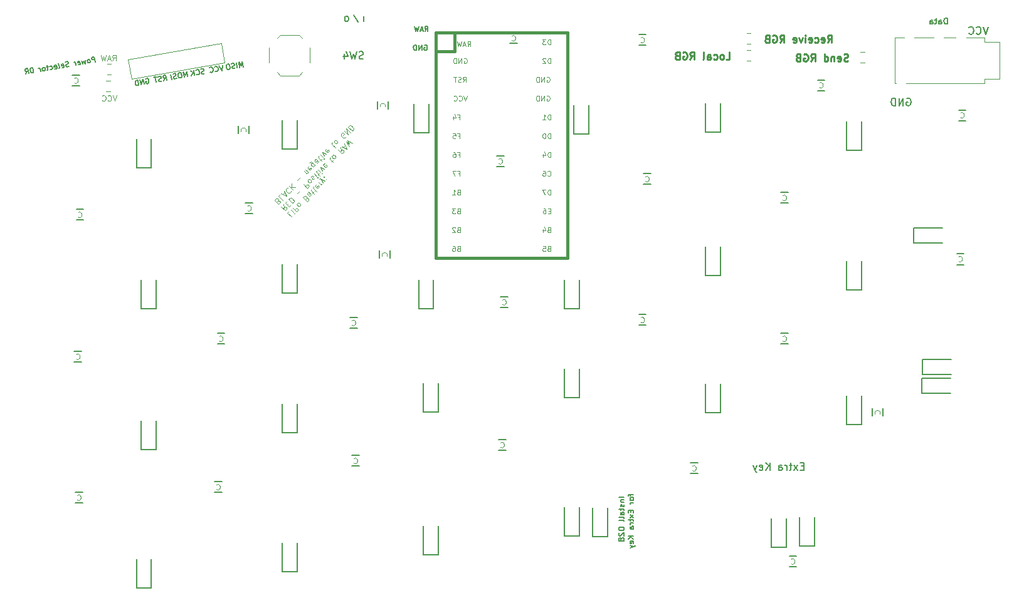
<source format=gbr>
G04 #@! TF.GenerationSoftware,KiCad,Pcbnew,(5.0.0)*
G04 #@! TF.CreationDate,2019-11-12T20:48:11-06:00*
G04 #@! TF.ProjectId,ErgoTravel,4572676F54726176656C2E6B69636164,rev?*
G04 #@! TF.SameCoordinates,Original*
G04 #@! TF.FileFunction,Legend,Bot*
G04 #@! TF.FilePolarity,Positive*
%FSLAX46Y46*%
G04 Gerber Fmt 4.6, Leading zero omitted, Abs format (unit mm)*
G04 Created by KiCad (PCBNEW (5.0.0)) date 11/12/19 20:48:11*
%MOMM*%
%LPD*%
G01*
G04 APERTURE LIST*
%ADD10C,0.100000*%
%ADD11C,0.250000*%
%ADD12C,0.150000*%
%ADD13C,0.200000*%
%ADD14C,0.120000*%
%ADD15C,0.381000*%
G04 APERTURE END LIST*
D10*
X89652571Y-57247285D02*
X89402571Y-57997285D01*
X89152571Y-57247285D01*
X88474000Y-57925857D02*
X88509714Y-57961571D01*
X88616857Y-57997285D01*
X88688285Y-57997285D01*
X88795428Y-57961571D01*
X88866857Y-57890142D01*
X88902571Y-57818714D01*
X88938285Y-57675857D01*
X88938285Y-57568714D01*
X88902571Y-57425857D01*
X88866857Y-57354428D01*
X88795428Y-57283000D01*
X88688285Y-57247285D01*
X88616857Y-57247285D01*
X88509714Y-57283000D01*
X88474000Y-57318714D01*
X87724000Y-57925857D02*
X87759714Y-57961571D01*
X87866857Y-57997285D01*
X87938285Y-57997285D01*
X88045428Y-57961571D01*
X88116857Y-57890142D01*
X88152571Y-57818714D01*
X88188285Y-57675857D01*
X88188285Y-57568714D01*
X88152571Y-57425857D01*
X88116857Y-57354428D01*
X88045428Y-57283000D01*
X87938285Y-57247285D01*
X87866857Y-57247285D01*
X87759714Y-57283000D01*
X87724000Y-57318714D01*
D11*
X171949666Y-52395380D02*
X172425857Y-52395380D01*
X172425857Y-51395380D01*
X171473476Y-52395380D02*
X171568714Y-52347761D01*
X171616333Y-52300142D01*
X171663952Y-52204904D01*
X171663952Y-51919190D01*
X171616333Y-51823952D01*
X171568714Y-51776333D01*
X171473476Y-51728714D01*
X171330619Y-51728714D01*
X171235380Y-51776333D01*
X171187761Y-51823952D01*
X171140142Y-51919190D01*
X171140142Y-52204904D01*
X171187761Y-52300142D01*
X171235380Y-52347761D01*
X171330619Y-52395380D01*
X171473476Y-52395380D01*
X170283000Y-52347761D02*
X170378238Y-52395380D01*
X170568714Y-52395380D01*
X170663952Y-52347761D01*
X170711571Y-52300142D01*
X170759190Y-52204904D01*
X170759190Y-51919190D01*
X170711571Y-51823952D01*
X170663952Y-51776333D01*
X170568714Y-51728714D01*
X170378238Y-51728714D01*
X170283000Y-51776333D01*
X169425857Y-52395380D02*
X169425857Y-51871571D01*
X169473476Y-51776333D01*
X169568714Y-51728714D01*
X169759190Y-51728714D01*
X169854428Y-51776333D01*
X169425857Y-52347761D02*
X169521095Y-52395380D01*
X169759190Y-52395380D01*
X169854428Y-52347761D01*
X169902047Y-52252523D01*
X169902047Y-52157285D01*
X169854428Y-52062047D01*
X169759190Y-52014428D01*
X169521095Y-52014428D01*
X169425857Y-51966809D01*
X168806809Y-52395380D02*
X168902047Y-52347761D01*
X168949666Y-52252523D01*
X168949666Y-51395380D01*
X167092523Y-52395380D02*
X167425857Y-51919190D01*
X167663952Y-52395380D02*
X167663952Y-51395380D01*
X167283000Y-51395380D01*
X167187761Y-51443000D01*
X167140142Y-51490619D01*
X167092523Y-51585857D01*
X167092523Y-51728714D01*
X167140142Y-51823952D01*
X167187761Y-51871571D01*
X167283000Y-51919190D01*
X167663952Y-51919190D01*
X166140142Y-51443000D02*
X166235380Y-51395380D01*
X166378238Y-51395380D01*
X166521095Y-51443000D01*
X166616333Y-51538238D01*
X166663952Y-51633476D01*
X166711571Y-51823952D01*
X166711571Y-51966809D01*
X166663952Y-52157285D01*
X166616333Y-52252523D01*
X166521095Y-52347761D01*
X166378238Y-52395380D01*
X166283000Y-52395380D01*
X166140142Y-52347761D01*
X166092523Y-52300142D01*
X166092523Y-51966809D01*
X166283000Y-51966809D01*
X165330619Y-51871571D02*
X165187761Y-51919190D01*
X165140142Y-51966809D01*
X165092523Y-52062047D01*
X165092523Y-52204904D01*
X165140142Y-52300142D01*
X165187761Y-52347761D01*
X165283000Y-52395380D01*
X165663952Y-52395380D01*
X165663952Y-51395380D01*
X165330619Y-51395380D01*
X165235380Y-51443000D01*
X165187761Y-51490619D01*
X165140142Y-51585857D01*
X165140142Y-51681095D01*
X165187761Y-51776333D01*
X165235380Y-51823952D01*
X165330619Y-51871571D01*
X165663952Y-51871571D01*
X185641761Y-50109380D02*
X185975095Y-49633190D01*
X186213190Y-50109380D02*
X186213190Y-49109380D01*
X185832238Y-49109380D01*
X185737000Y-49157000D01*
X185689380Y-49204619D01*
X185641761Y-49299857D01*
X185641761Y-49442714D01*
X185689380Y-49537952D01*
X185737000Y-49585571D01*
X185832238Y-49633190D01*
X186213190Y-49633190D01*
X184832238Y-50061761D02*
X184927476Y-50109380D01*
X185117952Y-50109380D01*
X185213190Y-50061761D01*
X185260809Y-49966523D01*
X185260809Y-49585571D01*
X185213190Y-49490333D01*
X185117952Y-49442714D01*
X184927476Y-49442714D01*
X184832238Y-49490333D01*
X184784619Y-49585571D01*
X184784619Y-49680809D01*
X185260809Y-49776047D01*
X183927476Y-50061761D02*
X184022714Y-50109380D01*
X184213190Y-50109380D01*
X184308428Y-50061761D01*
X184356047Y-50014142D01*
X184403666Y-49918904D01*
X184403666Y-49633190D01*
X184356047Y-49537952D01*
X184308428Y-49490333D01*
X184213190Y-49442714D01*
X184022714Y-49442714D01*
X183927476Y-49490333D01*
X183117952Y-50061761D02*
X183213190Y-50109380D01*
X183403666Y-50109380D01*
X183498904Y-50061761D01*
X183546523Y-49966523D01*
X183546523Y-49585571D01*
X183498904Y-49490333D01*
X183403666Y-49442714D01*
X183213190Y-49442714D01*
X183117952Y-49490333D01*
X183070333Y-49585571D01*
X183070333Y-49680809D01*
X183546523Y-49776047D01*
X182641761Y-50109380D02*
X182641761Y-49442714D01*
X182641761Y-49109380D02*
X182689380Y-49157000D01*
X182641761Y-49204619D01*
X182594142Y-49157000D01*
X182641761Y-49109380D01*
X182641761Y-49204619D01*
X182260809Y-49442714D02*
X182022714Y-50109380D01*
X181784619Y-49442714D01*
X181022714Y-50061761D02*
X181117952Y-50109380D01*
X181308428Y-50109380D01*
X181403666Y-50061761D01*
X181451285Y-49966523D01*
X181451285Y-49585571D01*
X181403666Y-49490333D01*
X181308428Y-49442714D01*
X181117952Y-49442714D01*
X181022714Y-49490333D01*
X180975095Y-49585571D01*
X180975095Y-49680809D01*
X181451285Y-49776047D01*
X179213190Y-50109380D02*
X179546523Y-49633190D01*
X179784619Y-50109380D02*
X179784619Y-49109380D01*
X179403666Y-49109380D01*
X179308428Y-49157000D01*
X179260809Y-49204619D01*
X179213190Y-49299857D01*
X179213190Y-49442714D01*
X179260809Y-49537952D01*
X179308428Y-49585571D01*
X179403666Y-49633190D01*
X179784619Y-49633190D01*
X178260809Y-49157000D02*
X178356047Y-49109380D01*
X178498904Y-49109380D01*
X178641761Y-49157000D01*
X178737000Y-49252238D01*
X178784619Y-49347476D01*
X178832238Y-49537952D01*
X178832238Y-49680809D01*
X178784619Y-49871285D01*
X178737000Y-49966523D01*
X178641761Y-50061761D01*
X178498904Y-50109380D01*
X178403666Y-50109380D01*
X178260809Y-50061761D01*
X178213190Y-50014142D01*
X178213190Y-49680809D01*
X178403666Y-49680809D01*
X177451285Y-49585571D02*
X177308428Y-49633190D01*
X177260809Y-49680809D01*
X177213190Y-49776047D01*
X177213190Y-49918904D01*
X177260809Y-50014142D01*
X177308428Y-50061761D01*
X177403666Y-50109380D01*
X177784619Y-50109380D01*
X177784619Y-49109380D01*
X177451285Y-49109380D01*
X177356047Y-49157000D01*
X177308428Y-49204619D01*
X177260809Y-49299857D01*
X177260809Y-49395095D01*
X177308428Y-49490333D01*
X177356047Y-49537952D01*
X177451285Y-49585571D01*
X177784619Y-49585571D01*
D12*
X120659666Y-47246333D02*
X120793000Y-47246333D01*
X120859666Y-47213000D01*
X120926333Y-47146333D01*
X120959666Y-47013000D01*
X120959666Y-46779666D01*
X120926333Y-46646333D01*
X120859666Y-46579666D01*
X120793000Y-46546333D01*
X120659666Y-46546333D01*
X120593000Y-46579666D01*
X120526333Y-46646333D01*
X120493000Y-46779666D01*
X120493000Y-47013000D01*
X120526333Y-47146333D01*
X120593000Y-47213000D01*
X120659666Y-47246333D01*
X122293000Y-47279666D02*
X121693000Y-46379666D01*
X123059666Y-46546333D02*
X123059666Y-47246333D01*
D10*
X112990166Y-72897628D02*
X112737628Y-73150166D01*
X113267958Y-73680496D01*
X113166943Y-72720851D02*
X113520497Y-73074405D01*
X113697273Y-73251182D02*
X113646766Y-73251182D01*
X113646766Y-73200674D01*
X113697273Y-73200674D01*
X113697273Y-73251182D01*
X113646766Y-73200674D01*
X113419481Y-72468313D02*
X113949811Y-72998643D01*
X114151842Y-72796613D01*
X114177096Y-72720851D01*
X114177096Y-72670344D01*
X114151842Y-72594582D01*
X114076080Y-72518821D01*
X114000319Y-72493567D01*
X113949811Y-72493567D01*
X113874050Y-72518821D01*
X113672019Y-72720851D01*
X114025573Y-71862222D02*
X114000319Y-71937983D01*
X114000319Y-71988491D01*
X114025573Y-72064252D01*
X114177096Y-72215775D01*
X114252857Y-72241029D01*
X114303365Y-72241029D01*
X114379126Y-72215775D01*
X114454888Y-72140014D01*
X114480141Y-72064252D01*
X114480141Y-72013745D01*
X114454888Y-71937983D01*
X114303365Y-71786460D01*
X114227603Y-71761207D01*
X114177096Y-71761207D01*
X114101334Y-71786460D01*
X114025573Y-71862222D01*
X115288263Y-71155115D02*
X115338771Y-71054100D01*
X115338771Y-71003592D01*
X115313517Y-70927831D01*
X115237756Y-70852069D01*
X115161994Y-70826815D01*
X115111487Y-70826815D01*
X115035725Y-70852069D01*
X114833695Y-71054100D01*
X115364025Y-71584430D01*
X115540802Y-71407653D01*
X115566055Y-71331892D01*
X115566055Y-71281384D01*
X115540802Y-71205623D01*
X115490294Y-71155115D01*
X115414533Y-71129861D01*
X115364025Y-71129861D01*
X115288263Y-71155115D01*
X115111487Y-71331892D01*
X115591309Y-70296485D02*
X115869101Y-70574277D01*
X115894355Y-70650039D01*
X115869101Y-70725800D01*
X115768086Y-70826815D01*
X115692324Y-70852069D01*
X115616563Y-70321739D02*
X115540802Y-70346993D01*
X115414533Y-70473262D01*
X115389279Y-70549023D01*
X115414533Y-70624785D01*
X115465040Y-70675293D01*
X115540802Y-70700546D01*
X115616563Y-70675293D01*
X115742832Y-70549023D01*
X115818594Y-70523770D01*
X116121639Y-70473262D02*
X116323670Y-70271232D01*
X116374177Y-70574277D02*
X115919609Y-70119709D01*
X115894355Y-70043947D01*
X115919609Y-69968186D01*
X115970116Y-69917678D01*
X116424685Y-70170216D02*
X116626716Y-69968186D01*
X116677223Y-70271232D02*
X116222655Y-69816663D01*
X116197401Y-69740901D01*
X116222655Y-69665140D01*
X116273162Y-69614632D01*
X116677223Y-69261079D02*
X116601462Y-69286333D01*
X116500447Y-69387348D01*
X116475193Y-69463109D01*
X116500447Y-69538871D01*
X116702477Y-69740901D01*
X116778238Y-69766155D01*
X116854000Y-69740901D01*
X116955015Y-69639886D01*
X116980269Y-69564125D01*
X116955015Y-69488363D01*
X116904508Y-69437856D01*
X116601462Y-69639886D01*
X116904508Y-68983287D02*
X117258061Y-69336840D01*
X117157046Y-69235825D02*
X117232807Y-69261079D01*
X117283315Y-69261079D01*
X117359076Y-69235825D01*
X117409584Y-69185318D01*
X117535853Y-69059048D02*
X117308569Y-68579226D01*
X117788391Y-68806510D02*
X117308569Y-68579226D01*
X117131792Y-68503465D01*
X117081284Y-68503465D01*
X117005523Y-68528718D01*
X117687376Y-68301434D02*
X117687376Y-68250926D01*
X117636868Y-68250926D01*
X117636868Y-68301434D01*
X117687376Y-68301434D01*
X117636868Y-68250926D01*
X117965168Y-68579226D02*
X117965168Y-68528718D01*
X117914660Y-68528718D01*
X117914660Y-68579226D01*
X117965168Y-68579226D01*
X117914660Y-68528718D01*
X112174468Y-71980914D02*
X112250229Y-72410229D01*
X111871422Y-72283960D02*
X112401752Y-72814290D01*
X112603783Y-72612260D01*
X112629037Y-72536498D01*
X112629037Y-72485991D01*
X112603783Y-72410229D01*
X112528021Y-72334468D01*
X112452260Y-72309214D01*
X112401752Y-72309214D01*
X112325991Y-72334468D01*
X112123960Y-72536498D01*
X112679544Y-72031422D02*
X112856321Y-71854645D01*
X112654291Y-71501092D02*
X112401752Y-71753630D01*
X112932082Y-72283960D01*
X113184621Y-72031422D01*
X112881575Y-71273808D02*
X113411905Y-71804138D01*
X113538174Y-71677869D01*
X113588682Y-71576853D01*
X113588682Y-71475838D01*
X113563428Y-71400077D01*
X113487666Y-71273808D01*
X113411905Y-71198046D01*
X113285636Y-71122285D01*
X113209874Y-71097031D01*
X113108859Y-71097031D01*
X113007844Y-71147539D01*
X112881575Y-71273808D01*
X114017996Y-70541447D02*
X114422057Y-70137386D01*
X114876626Y-69278756D02*
X115406956Y-69809087D01*
X115608987Y-69607056D01*
X115634241Y-69531295D01*
X115634241Y-69480787D01*
X115608987Y-69405026D01*
X115533225Y-69329264D01*
X115457464Y-69304010D01*
X115406956Y-69304010D01*
X115331195Y-69329264D01*
X115129164Y-69531295D01*
X115482718Y-68672665D02*
X115457464Y-68748426D01*
X115457464Y-68798934D01*
X115482718Y-68874695D01*
X115634241Y-69026218D01*
X115710002Y-69051472D01*
X115760510Y-69051472D01*
X115836271Y-69026218D01*
X115912032Y-68950457D01*
X115937286Y-68874695D01*
X115937286Y-68824188D01*
X115912032Y-68748426D01*
X115760510Y-68596903D01*
X115684748Y-68571650D01*
X115634241Y-68571650D01*
X115558479Y-68596903D01*
X115482718Y-68672665D01*
X115886779Y-68319112D02*
X115912032Y-68243350D01*
X116013048Y-68142335D01*
X116088809Y-68117081D01*
X116164571Y-68142335D01*
X116189824Y-68167589D01*
X116215078Y-68243350D01*
X116189824Y-68319112D01*
X116114063Y-68394873D01*
X116088809Y-68470634D01*
X116114063Y-68546396D01*
X116139317Y-68571650D01*
X116215078Y-68596903D01*
X116290840Y-68571650D01*
X116366601Y-68495888D01*
X116391855Y-68420127D01*
X116316093Y-67839289D02*
X116669647Y-68192842D01*
X116846424Y-68369619D02*
X116795916Y-68369619D01*
X116795916Y-68319112D01*
X116846424Y-68319112D01*
X116846424Y-68369619D01*
X116795916Y-68319112D01*
X116846424Y-68016066D02*
X117048454Y-67814035D01*
X117098962Y-68117081D02*
X116644393Y-67662512D01*
X116619139Y-67586751D01*
X116644393Y-67510989D01*
X116694901Y-67460482D01*
X116871677Y-67283705D02*
X117225231Y-67637259D01*
X117402007Y-67814035D02*
X117351500Y-67814035D01*
X117351500Y-67763528D01*
X117402007Y-67763528D01*
X117402007Y-67814035D01*
X117351500Y-67763528D01*
X117427261Y-67435228D02*
X117199977Y-66955406D01*
X117679799Y-67182690D01*
X117755561Y-66450329D02*
X117679799Y-66475583D01*
X117578784Y-66576598D01*
X117553530Y-66652360D01*
X117578784Y-66728121D01*
X117780815Y-66930152D01*
X117856576Y-66955406D01*
X117932338Y-66930152D01*
X118033353Y-66829137D01*
X118058607Y-66753375D01*
X118033353Y-66677614D01*
X117982845Y-66627106D01*
X117679799Y-66829137D01*
X118664698Y-66197791D02*
X118866729Y-65995761D01*
X118917236Y-66298806D02*
X118462668Y-65844238D01*
X118437414Y-65768476D01*
X118462668Y-65692715D01*
X118513175Y-65642207D01*
X118765713Y-65389669D02*
X118740460Y-65465431D01*
X118740460Y-65515938D01*
X118765713Y-65591700D01*
X118917236Y-65743223D01*
X118992998Y-65768476D01*
X119043505Y-65768476D01*
X119119267Y-65743223D01*
X119195028Y-65667461D01*
X119220282Y-65591700D01*
X119220282Y-65541192D01*
X119195028Y-65465431D01*
X119043505Y-65313908D01*
X118967744Y-65288654D01*
X118917236Y-65288654D01*
X118841475Y-65313908D01*
X118765713Y-65389669D01*
X119876881Y-64278501D02*
X119952643Y-64707816D01*
X119573835Y-64581547D02*
X120104166Y-65111877D01*
X120306196Y-64909847D01*
X120331450Y-64834085D01*
X120331450Y-64783578D01*
X120306196Y-64707816D01*
X120230435Y-64632055D01*
X120154673Y-64606801D01*
X120104166Y-64606801D01*
X120028404Y-64632055D01*
X119826374Y-64834085D01*
X120230435Y-64227994D02*
X120482973Y-63975456D01*
X120028404Y-64126978D02*
X120735511Y-64480532D01*
X120381957Y-63773425D01*
X121038557Y-64177486D02*
X120634496Y-63520887D01*
X121114318Y-63798679D01*
X120836526Y-63318856D01*
X121493125Y-63722917D01*
X111459785Y-71518770D02*
X111510293Y-71417754D01*
X111510293Y-71367247D01*
X111485039Y-71291485D01*
X111409277Y-71215724D01*
X111333516Y-71190470D01*
X111283008Y-71190470D01*
X111207247Y-71215724D01*
X111005216Y-71417754D01*
X111535546Y-71948084D01*
X111712323Y-71771308D01*
X111737577Y-71695546D01*
X111737577Y-71645039D01*
X111712323Y-71569277D01*
X111661815Y-71518770D01*
X111586054Y-71493516D01*
X111535546Y-71493516D01*
X111459785Y-71518770D01*
X111283008Y-71695546D01*
X111788085Y-70634886D02*
X111535546Y-70887424D01*
X112065876Y-71417754D01*
X112091130Y-70634886D02*
X112343668Y-70382348D01*
X111889100Y-70533871D02*
X112596207Y-70887424D01*
X112242653Y-70180317D01*
X112772983Y-69751003D02*
X112722476Y-69751003D01*
X112621460Y-69801510D01*
X112570953Y-69852018D01*
X112520445Y-69953033D01*
X112520445Y-70054048D01*
X112545699Y-70129810D01*
X112621460Y-70256079D01*
X112697222Y-70331840D01*
X112823491Y-70407602D01*
X112899252Y-70432856D01*
X113000268Y-70432856D01*
X113101283Y-70382348D01*
X113151790Y-70331840D01*
X113202298Y-70230825D01*
X113202298Y-70180317D01*
X112949760Y-69473211D02*
X113480090Y-70003541D01*
X113252806Y-69170165D02*
X113328567Y-69700495D01*
X113783136Y-69700495D02*
X113177044Y-69700495D01*
X114086182Y-68740850D02*
X114490243Y-68336789D01*
X115298365Y-67831713D02*
X114944811Y-67478159D01*
X115247857Y-67781205D02*
X115298365Y-67781205D01*
X115374126Y-67755951D01*
X115449887Y-67680190D01*
X115475141Y-67604428D01*
X115449887Y-67528667D01*
X115172096Y-67250875D01*
X115651918Y-66821560D02*
X115576157Y-66846814D01*
X115475141Y-66947829D01*
X115449887Y-67023591D01*
X115475141Y-67099352D01*
X115677172Y-67301383D01*
X115752933Y-67326636D01*
X115828695Y-67301383D01*
X115929710Y-67200367D01*
X115954964Y-67124606D01*
X115929710Y-67048845D01*
X115879202Y-66998337D01*
X115576157Y-67200367D01*
X116460040Y-66670037D02*
X116030725Y-66240722D01*
X115954964Y-66215469D01*
X115904456Y-66215469D01*
X115828695Y-66240722D01*
X115752933Y-66316484D01*
X115727679Y-66392245D01*
X116131740Y-66341738D02*
X116055979Y-66366992D01*
X115954964Y-66468007D01*
X115929710Y-66543768D01*
X115929710Y-66594276D01*
X115954964Y-66670037D01*
X116106487Y-66821560D01*
X116182248Y-66846814D01*
X116232756Y-66846814D01*
X116308517Y-66821560D01*
X116409532Y-66720545D01*
X116434786Y-66644783D01*
X116586309Y-65836661D02*
X116864101Y-66114453D01*
X116889355Y-66190215D01*
X116864101Y-66265976D01*
X116763086Y-66366992D01*
X116687324Y-66392245D01*
X116611563Y-65861915D02*
X116535801Y-65887169D01*
X116409532Y-66013438D01*
X116384279Y-66089200D01*
X116409532Y-66164961D01*
X116460040Y-66215469D01*
X116535801Y-66240722D01*
X116611563Y-66215469D01*
X116737832Y-66089200D01*
X116813593Y-66063946D01*
X117116639Y-66013438D02*
X117318670Y-65811408D01*
X117369177Y-66114453D02*
X116914609Y-65659885D01*
X116889355Y-65584123D01*
X116914609Y-65508362D01*
X116965116Y-65457854D01*
X117141893Y-65281078D02*
X117495446Y-65634631D01*
X117672223Y-65811408D02*
X117621715Y-65811408D01*
X117621715Y-65760900D01*
X117672223Y-65760900D01*
X117672223Y-65811408D01*
X117621715Y-65760900D01*
X117697477Y-65432600D02*
X117470193Y-64952778D01*
X117950015Y-65180062D01*
X118025776Y-64447702D02*
X117950015Y-64472956D01*
X117849000Y-64573971D01*
X117823746Y-64649732D01*
X117849000Y-64725494D01*
X118051030Y-64927524D01*
X118126792Y-64952778D01*
X118202553Y-64927524D01*
X118303568Y-64826509D01*
X118328822Y-64750747D01*
X118303568Y-64674986D01*
X118253061Y-64624478D01*
X117950015Y-64826509D01*
X118934914Y-64195164D02*
X119136944Y-63993133D01*
X119187452Y-64296179D02*
X118732883Y-63841610D01*
X118707629Y-63765849D01*
X118732883Y-63690087D01*
X118783391Y-63639580D01*
X119035929Y-63387042D02*
X119010675Y-63462803D01*
X119010675Y-63513311D01*
X119035929Y-63589072D01*
X119187452Y-63740595D01*
X119263213Y-63765849D01*
X119313721Y-63765849D01*
X119389482Y-63740595D01*
X119465244Y-63664833D01*
X119490498Y-63589072D01*
X119490498Y-63538564D01*
X119465244Y-63462803D01*
X119313721Y-63311280D01*
X119237960Y-63286026D01*
X119187452Y-63286026D01*
X119111690Y-63311280D01*
X119035929Y-63387042D01*
X120626919Y-62806204D02*
X120601665Y-62881965D01*
X120525904Y-62957727D01*
X120424889Y-63008234D01*
X120323874Y-63008234D01*
X120248112Y-62982981D01*
X120121843Y-62907219D01*
X120046082Y-62831458D01*
X119970320Y-62705189D01*
X119945066Y-62629427D01*
X119945066Y-62528412D01*
X119995574Y-62427397D01*
X120046082Y-62376889D01*
X120147097Y-62326381D01*
X120197604Y-62326381D01*
X120374381Y-62503158D01*
X120273366Y-62604173D01*
X120374381Y-62048589D02*
X120904711Y-62578919D01*
X120677427Y-61745544D01*
X121207757Y-62275874D01*
X120929965Y-61493006D02*
X121460295Y-62023336D01*
X121586564Y-61897067D01*
X121637072Y-61796051D01*
X121637072Y-61695036D01*
X121611818Y-61619275D01*
X121536057Y-61493006D01*
X121460295Y-61417244D01*
X121334026Y-61341483D01*
X121258265Y-61316229D01*
X121157249Y-61316229D01*
X121056234Y-61366736D01*
X120929965Y-61493006D01*
D12*
X86774825Y-52700026D02*
X86653271Y-52010661D01*
X86390656Y-52056967D01*
X86330790Y-52101371D01*
X86303752Y-52139986D01*
X86282501Y-52211428D01*
X86299866Y-52309909D01*
X86344269Y-52369774D01*
X86382885Y-52396813D01*
X86454327Y-52418063D01*
X86716942Y-52371757D01*
X85986979Y-52838945D02*
X86046844Y-52794542D01*
X86073883Y-52755926D01*
X86095133Y-52684484D01*
X86060404Y-52487523D01*
X86016000Y-52427657D01*
X85977385Y-52400618D01*
X85905943Y-52379368D01*
X85807462Y-52396733D01*
X85747597Y-52441136D01*
X85720558Y-52479752D01*
X85699308Y-52551194D01*
X85734037Y-52748155D01*
X85778441Y-52808021D01*
X85817056Y-52835059D01*
X85888498Y-52856310D01*
X85986979Y-52838945D01*
X85446366Y-52460404D02*
X85396094Y-52943134D01*
X85206904Y-52638018D01*
X85133479Y-52989440D01*
X84921135Y-52553016D01*
X84471152Y-53072379D02*
X84542594Y-53093629D01*
X84673902Y-53070476D01*
X84733767Y-53026072D01*
X84755018Y-52954630D01*
X84708711Y-52692015D01*
X84664308Y-52632149D01*
X84592866Y-52610899D01*
X84461558Y-52634052D01*
X84401693Y-52678455D01*
X84380442Y-52749898D01*
X84392019Y-52815551D01*
X84731865Y-52823323D01*
X84148671Y-53163088D02*
X84067635Y-52703511D01*
X84090788Y-52834819D02*
X84046385Y-52774953D01*
X84007770Y-52747915D01*
X83936327Y-52726664D01*
X83870674Y-52738241D01*
X83223729Y-53292333D02*
X83131036Y-53342525D01*
X82966902Y-53371466D01*
X82895459Y-53350216D01*
X82856844Y-53323177D01*
X82812441Y-53263311D01*
X82800864Y-53197658D01*
X82822115Y-53126215D01*
X82849153Y-53087600D01*
X82909019Y-53043197D01*
X83034538Y-52987217D01*
X83094404Y-52942813D01*
X83121443Y-52904198D01*
X83142693Y-52832756D01*
X83131116Y-52767102D01*
X83086713Y-52707237D01*
X83048098Y-52680198D01*
X82976656Y-52658948D01*
X82812521Y-52687889D01*
X82719828Y-52738081D01*
X82271748Y-53460193D02*
X82343190Y-53481443D01*
X82474498Y-53458290D01*
X82534363Y-53413887D01*
X82555614Y-53342445D01*
X82509308Y-53079829D01*
X82464904Y-53019964D01*
X82393462Y-52998713D01*
X82262154Y-53021866D01*
X82202289Y-53066270D01*
X82181038Y-53137712D01*
X82192615Y-53203366D01*
X82532461Y-53211137D01*
X81850786Y-53568267D02*
X81910652Y-53523864D01*
X81931902Y-53452422D01*
X81827713Y-52861537D01*
X81319767Y-53628053D02*
X81391209Y-53649303D01*
X81522517Y-53626150D01*
X81582382Y-53581747D01*
X81603633Y-53510304D01*
X81557327Y-53247689D01*
X81512923Y-53187823D01*
X81441481Y-53166573D01*
X81310173Y-53189726D01*
X81250308Y-53234130D01*
X81229057Y-53305572D01*
X81240634Y-53371226D01*
X81580480Y-53378997D01*
X80696056Y-53738030D02*
X80767498Y-53759280D01*
X80898805Y-53736127D01*
X80958671Y-53691724D01*
X80985710Y-53653109D01*
X81006960Y-53581666D01*
X80972230Y-53384705D01*
X80927827Y-53324839D01*
X80889212Y-53297801D01*
X80817770Y-53276550D01*
X80686462Y-53299703D01*
X80626596Y-53344107D01*
X80423846Y-53346010D02*
X80161231Y-53392316D01*
X80284848Y-53133586D02*
X80389037Y-53724471D01*
X80367786Y-53795913D01*
X80307921Y-53840316D01*
X80242267Y-53851893D01*
X79913998Y-53909775D02*
X79973863Y-53865372D01*
X80000902Y-53826757D01*
X80022152Y-53755315D01*
X79987423Y-53558353D01*
X79943019Y-53498487D01*
X79904404Y-53471449D01*
X79832962Y-53450198D01*
X79734481Y-53467563D01*
X79674615Y-53511967D01*
X79647577Y-53550582D01*
X79626326Y-53622024D01*
X79661056Y-53818986D01*
X79705459Y-53878851D01*
X79744075Y-53905890D01*
X79815517Y-53927140D01*
X79913998Y-53909775D01*
X79388767Y-54002388D02*
X79307731Y-53542811D01*
X79330884Y-53674119D02*
X79286481Y-53614253D01*
X79247865Y-53587214D01*
X79176423Y-53565964D01*
X79110769Y-53577540D01*
X78183925Y-53504035D02*
X78118271Y-53515612D01*
X78058405Y-53560015D01*
X78031366Y-53598631D01*
X78010116Y-53670073D01*
X78000442Y-53807169D01*
X78029384Y-53971303D01*
X78085364Y-54096823D01*
X78129767Y-54156688D01*
X78168382Y-54183727D01*
X78239824Y-54204977D01*
X78305478Y-54193401D01*
X78365344Y-54148997D01*
X78392382Y-54110382D01*
X78413633Y-54038940D01*
X78423307Y-53901844D01*
X78394365Y-53737709D01*
X78338385Y-53612190D01*
X78293982Y-53552324D01*
X78255367Y-53525286D01*
X78183925Y-53504035D01*
X77386324Y-54355472D02*
X77558230Y-53986685D01*
X77780247Y-54286013D02*
X77658694Y-53596648D01*
X77396078Y-53642954D01*
X77336213Y-53687357D01*
X77309174Y-53725973D01*
X77287924Y-53797415D01*
X77305289Y-53895895D01*
X77349692Y-53955761D01*
X77388307Y-53982800D01*
X77459749Y-54004050D01*
X77722365Y-53957744D01*
D10*
X89116857Y-52536285D02*
X89366857Y-52179142D01*
X89545428Y-52536285D02*
X89545428Y-51786285D01*
X89259714Y-51786285D01*
X89188285Y-51822000D01*
X89152571Y-51857714D01*
X89116857Y-51929142D01*
X89116857Y-52036285D01*
X89152571Y-52107714D01*
X89188285Y-52143428D01*
X89259714Y-52179142D01*
X89545428Y-52179142D01*
X88831142Y-52322000D02*
X88474000Y-52322000D01*
X88902571Y-52536285D02*
X88652571Y-51786285D01*
X88402571Y-52536285D01*
X88224000Y-51786285D02*
X88045428Y-52536285D01*
X87902571Y-52000571D01*
X87759714Y-52536285D01*
X87581142Y-51786285D01*
D12*
X131293333Y-48576666D02*
X131526666Y-48243333D01*
X131693333Y-48576666D02*
X131693333Y-47876666D01*
X131426666Y-47876666D01*
X131360000Y-47910000D01*
X131326666Y-47943333D01*
X131293333Y-48010000D01*
X131293333Y-48110000D01*
X131326666Y-48176666D01*
X131360000Y-48210000D01*
X131426666Y-48243333D01*
X131693333Y-48243333D01*
X131026666Y-48376666D02*
X130693333Y-48376666D01*
X131093333Y-48576666D02*
X130860000Y-47876666D01*
X130626666Y-48576666D01*
X130460000Y-47876666D02*
X130293333Y-48576666D01*
X130160000Y-48076666D01*
X130026666Y-48576666D01*
X129860000Y-47876666D01*
X131216333Y-50450000D02*
X131283000Y-50416666D01*
X131383000Y-50416666D01*
X131483000Y-50450000D01*
X131549666Y-50516666D01*
X131583000Y-50583333D01*
X131616333Y-50716666D01*
X131616333Y-50816666D01*
X131583000Y-50950000D01*
X131549666Y-51016666D01*
X131483000Y-51083333D01*
X131383000Y-51116666D01*
X131316333Y-51116666D01*
X131216333Y-51083333D01*
X131183000Y-51050000D01*
X131183000Y-50816666D01*
X131316333Y-50816666D01*
X130883000Y-51116666D02*
X130883000Y-50416666D01*
X130483000Y-51116666D01*
X130483000Y-50416666D01*
X130149666Y-51116666D02*
X130149666Y-50416666D01*
X129983000Y-50416666D01*
X129883000Y-50450000D01*
X129816333Y-50516666D01*
X129783000Y-50583333D01*
X129749666Y-50716666D01*
X129749666Y-50816666D01*
X129783000Y-50950000D01*
X129816333Y-51016666D01*
X129883000Y-51083333D01*
X129983000Y-51116666D01*
X130149666Y-51116666D01*
X158197785Y-111558000D02*
X157447785Y-111558000D01*
X157697785Y-111915142D02*
X158197785Y-111915142D01*
X157769214Y-111915142D02*
X157733500Y-111950857D01*
X157697785Y-112022285D01*
X157697785Y-112129428D01*
X157733500Y-112200857D01*
X157804928Y-112236571D01*
X158197785Y-112236571D01*
X158162071Y-112558000D02*
X158197785Y-112629428D01*
X158197785Y-112772285D01*
X158162071Y-112843714D01*
X158090642Y-112879428D01*
X158054928Y-112879428D01*
X157983500Y-112843714D01*
X157947785Y-112772285D01*
X157947785Y-112665142D01*
X157912071Y-112593714D01*
X157840642Y-112558000D01*
X157804928Y-112558000D01*
X157733500Y-112593714D01*
X157697785Y-112665142D01*
X157697785Y-112772285D01*
X157733500Y-112843714D01*
X157697785Y-113093714D02*
X157697785Y-113379428D01*
X157447785Y-113200857D02*
X158090642Y-113200857D01*
X158162071Y-113236571D01*
X158197785Y-113308000D01*
X158197785Y-113379428D01*
X158197785Y-113950857D02*
X157804928Y-113950857D01*
X157733500Y-113915142D01*
X157697785Y-113843714D01*
X157697785Y-113700857D01*
X157733500Y-113629428D01*
X158162071Y-113950857D02*
X158197785Y-113879428D01*
X158197785Y-113700857D01*
X158162071Y-113629428D01*
X158090642Y-113593714D01*
X158019214Y-113593714D01*
X157947785Y-113629428D01*
X157912071Y-113700857D01*
X157912071Y-113879428D01*
X157876357Y-113950857D01*
X158197785Y-114415142D02*
X158162071Y-114343714D01*
X158090642Y-114308000D01*
X157447785Y-114308000D01*
X158197785Y-114808000D02*
X158162071Y-114736571D01*
X158090642Y-114700857D01*
X157447785Y-114700857D01*
X158197785Y-115665142D02*
X157447785Y-115665142D01*
X157447785Y-115843714D01*
X157483500Y-115950857D01*
X157554928Y-116022285D01*
X157626357Y-116058000D01*
X157769214Y-116093714D01*
X157876357Y-116093714D01*
X158019214Y-116058000D01*
X158090642Y-116022285D01*
X158162071Y-115950857D01*
X158197785Y-115843714D01*
X158197785Y-115665142D01*
X157519214Y-116379428D02*
X157483500Y-116415142D01*
X157447785Y-116486571D01*
X157447785Y-116665142D01*
X157483500Y-116736571D01*
X157519214Y-116772285D01*
X157590642Y-116808000D01*
X157662071Y-116808000D01*
X157769214Y-116772285D01*
X158197785Y-116343714D01*
X158197785Y-116808000D01*
X157769214Y-117236571D02*
X157733500Y-117165142D01*
X157697785Y-117129428D01*
X157626357Y-117093714D01*
X157590642Y-117093714D01*
X157519214Y-117129428D01*
X157483500Y-117165142D01*
X157447785Y-117236571D01*
X157447785Y-117379428D01*
X157483500Y-117450857D01*
X157519214Y-117486571D01*
X157590642Y-117522285D01*
X157626357Y-117522285D01*
X157697785Y-117486571D01*
X157733500Y-117450857D01*
X157769214Y-117379428D01*
X157769214Y-117236571D01*
X157804928Y-117165142D01*
X157840642Y-117129428D01*
X157912071Y-117093714D01*
X158054928Y-117093714D01*
X158126357Y-117129428D01*
X158162071Y-117165142D01*
X158197785Y-117236571D01*
X158197785Y-117379428D01*
X158162071Y-117450857D01*
X158126357Y-117486571D01*
X158054928Y-117522285D01*
X157912071Y-117522285D01*
X157840642Y-117486571D01*
X157804928Y-117450857D01*
X157769214Y-117379428D01*
X158972785Y-111111571D02*
X158972785Y-111397285D01*
X159472785Y-111218714D02*
X158829928Y-111218714D01*
X158758500Y-111254428D01*
X158722785Y-111325857D01*
X158722785Y-111397285D01*
X159472785Y-111754428D02*
X159437071Y-111683000D01*
X159401357Y-111647285D01*
X159329928Y-111611571D01*
X159115642Y-111611571D01*
X159044214Y-111647285D01*
X159008500Y-111683000D01*
X158972785Y-111754428D01*
X158972785Y-111861571D01*
X159008500Y-111933000D01*
X159044214Y-111968714D01*
X159115642Y-112004428D01*
X159329928Y-112004428D01*
X159401357Y-111968714D01*
X159437071Y-111933000D01*
X159472785Y-111861571D01*
X159472785Y-111754428D01*
X159472785Y-112325857D02*
X158972785Y-112325857D01*
X159115642Y-112325857D02*
X159044214Y-112361571D01*
X159008500Y-112397285D01*
X158972785Y-112468714D01*
X158972785Y-112540142D01*
X159079928Y-113361571D02*
X159079928Y-113611571D01*
X159472785Y-113718714D02*
X159472785Y-113361571D01*
X158722785Y-113361571D01*
X158722785Y-113718714D01*
X159472785Y-113968714D02*
X158972785Y-114361571D01*
X158972785Y-113968714D02*
X159472785Y-114361571D01*
X158972785Y-114540142D02*
X158972785Y-114825857D01*
X158722785Y-114647285D02*
X159365642Y-114647285D01*
X159437071Y-114683000D01*
X159472785Y-114754428D01*
X159472785Y-114825857D01*
X159472785Y-115075857D02*
X158972785Y-115075857D01*
X159115642Y-115075857D02*
X159044214Y-115111571D01*
X159008500Y-115147285D01*
X158972785Y-115218714D01*
X158972785Y-115290142D01*
X159472785Y-115861571D02*
X159079928Y-115861571D01*
X159008500Y-115825857D01*
X158972785Y-115754428D01*
X158972785Y-115611571D01*
X159008500Y-115540142D01*
X159437071Y-115861571D02*
X159472785Y-115790142D01*
X159472785Y-115611571D01*
X159437071Y-115540142D01*
X159365642Y-115504428D01*
X159294214Y-115504428D01*
X159222785Y-115540142D01*
X159187071Y-115611571D01*
X159187071Y-115790142D01*
X159151357Y-115861571D01*
X159472785Y-116790142D02*
X158722785Y-116790142D01*
X159472785Y-117218714D02*
X159044214Y-116897285D01*
X158722785Y-117218714D02*
X159151357Y-116790142D01*
X159437071Y-117825857D02*
X159472785Y-117754428D01*
X159472785Y-117611571D01*
X159437071Y-117540142D01*
X159365642Y-117504428D01*
X159079928Y-117504428D01*
X159008500Y-117540142D01*
X158972785Y-117611571D01*
X158972785Y-117754428D01*
X159008500Y-117825857D01*
X159079928Y-117861571D01*
X159151357Y-117861571D01*
X159222785Y-117504428D01*
X158972785Y-118111571D02*
X159472785Y-118290142D01*
X158972785Y-118468714D02*
X159472785Y-118290142D01*
X159651357Y-118218714D01*
X159687071Y-118183000D01*
X159722785Y-118111571D01*
D13*
X182427142Y-107370571D02*
X182093809Y-107370571D01*
X181950952Y-107894380D02*
X182427142Y-107894380D01*
X182427142Y-106894380D01*
X181950952Y-106894380D01*
X181617619Y-107894380D02*
X181093809Y-107227714D01*
X181617619Y-107227714D02*
X181093809Y-107894380D01*
X180855714Y-107227714D02*
X180474761Y-107227714D01*
X180712857Y-106894380D02*
X180712857Y-107751523D01*
X180665238Y-107846761D01*
X180570000Y-107894380D01*
X180474761Y-107894380D01*
X180141428Y-107894380D02*
X180141428Y-107227714D01*
X180141428Y-107418190D02*
X180093809Y-107322952D01*
X180046190Y-107275333D01*
X179950952Y-107227714D01*
X179855714Y-107227714D01*
X179093809Y-107894380D02*
X179093809Y-107370571D01*
X179141428Y-107275333D01*
X179236666Y-107227714D01*
X179427142Y-107227714D01*
X179522380Y-107275333D01*
X179093809Y-107846761D02*
X179189047Y-107894380D01*
X179427142Y-107894380D01*
X179522380Y-107846761D01*
X179570000Y-107751523D01*
X179570000Y-107656285D01*
X179522380Y-107561047D01*
X179427142Y-107513428D01*
X179189047Y-107513428D01*
X179093809Y-107465809D01*
X177855714Y-107894380D02*
X177855714Y-106894380D01*
X177284285Y-107894380D02*
X177712857Y-107322952D01*
X177284285Y-106894380D02*
X177855714Y-107465809D01*
X176474761Y-107846761D02*
X176570000Y-107894380D01*
X176760476Y-107894380D01*
X176855714Y-107846761D01*
X176903333Y-107751523D01*
X176903333Y-107370571D01*
X176855714Y-107275333D01*
X176760476Y-107227714D01*
X176570000Y-107227714D01*
X176474761Y-107275333D01*
X176427142Y-107370571D01*
X176427142Y-107465809D01*
X176903333Y-107561047D01*
X176093809Y-107227714D02*
X175855714Y-107894380D01*
X175617619Y-107227714D02*
X175855714Y-107894380D01*
X175950952Y-108132476D01*
X175998571Y-108180095D01*
X176093809Y-108227714D01*
D12*
X201821904Y-47605904D02*
X201821904Y-46805904D01*
X201631428Y-46805904D01*
X201517142Y-46844000D01*
X201440952Y-46920190D01*
X201402857Y-46996380D01*
X201364761Y-47148761D01*
X201364761Y-47263047D01*
X201402857Y-47415428D01*
X201440952Y-47491619D01*
X201517142Y-47567809D01*
X201631428Y-47605904D01*
X201821904Y-47605904D01*
X200679047Y-47605904D02*
X200679047Y-47186857D01*
X200717142Y-47110666D01*
X200793333Y-47072571D01*
X200945714Y-47072571D01*
X201021904Y-47110666D01*
X200679047Y-47567809D02*
X200755238Y-47605904D01*
X200945714Y-47605904D01*
X201021904Y-47567809D01*
X201060000Y-47491619D01*
X201060000Y-47415428D01*
X201021904Y-47339238D01*
X200945714Y-47301142D01*
X200755238Y-47301142D01*
X200679047Y-47263047D01*
X200412380Y-47072571D02*
X200107619Y-47072571D01*
X200298095Y-46805904D02*
X200298095Y-47491619D01*
X200260000Y-47567809D01*
X200183809Y-47605904D01*
X200107619Y-47605904D01*
X199498095Y-47605904D02*
X199498095Y-47186857D01*
X199536190Y-47110666D01*
X199612380Y-47072571D01*
X199764761Y-47072571D01*
X199840952Y-47110666D01*
X199498095Y-47567809D02*
X199574285Y-47605904D01*
X199764761Y-47605904D01*
X199840952Y-47567809D01*
X199879047Y-47491619D01*
X199879047Y-47415428D01*
X199840952Y-47339238D01*
X199764761Y-47301142D01*
X199574285Y-47301142D01*
X199498095Y-47263047D01*
D13*
X207327333Y-47966380D02*
X206994000Y-48966380D01*
X206660666Y-47966380D01*
X205755904Y-48871142D02*
X205803523Y-48918761D01*
X205946380Y-48966380D01*
X206041619Y-48966380D01*
X206184476Y-48918761D01*
X206279714Y-48823523D01*
X206327333Y-48728285D01*
X206374952Y-48537809D01*
X206374952Y-48394952D01*
X206327333Y-48204476D01*
X206279714Y-48109238D01*
X206184476Y-48014000D01*
X206041619Y-47966380D01*
X205946380Y-47966380D01*
X205803523Y-48014000D01*
X205755904Y-48061619D01*
X204755904Y-48871142D02*
X204803523Y-48918761D01*
X204946380Y-48966380D01*
X205041619Y-48966380D01*
X205184476Y-48918761D01*
X205279714Y-48823523D01*
X205327333Y-48728285D01*
X205374952Y-48537809D01*
X205374952Y-48394952D01*
X205327333Y-48204476D01*
X205279714Y-48109238D01*
X205184476Y-48014000D01*
X205041619Y-47966380D01*
X204946380Y-47966380D01*
X204803523Y-48014000D01*
X204755904Y-48061619D01*
X196341904Y-57666000D02*
X196437142Y-57618380D01*
X196580000Y-57618380D01*
X196722857Y-57666000D01*
X196818095Y-57761238D01*
X196865714Y-57856476D01*
X196913333Y-58046952D01*
X196913333Y-58189809D01*
X196865714Y-58380285D01*
X196818095Y-58475523D01*
X196722857Y-58570761D01*
X196580000Y-58618380D01*
X196484761Y-58618380D01*
X196341904Y-58570761D01*
X196294285Y-58523142D01*
X196294285Y-58189809D01*
X196484761Y-58189809D01*
X195865714Y-58618380D02*
X195865714Y-57618380D01*
X195294285Y-58618380D01*
X195294285Y-57618380D01*
X194818095Y-58618380D02*
X194818095Y-57618380D01*
X194580000Y-57618380D01*
X194437142Y-57666000D01*
X194341904Y-57761238D01*
X194294285Y-57856476D01*
X194246666Y-58046952D01*
X194246666Y-58189809D01*
X194294285Y-58380285D01*
X194341904Y-58475523D01*
X194437142Y-58570761D01*
X194580000Y-58618380D01*
X194818095Y-58618380D01*
D11*
X188412000Y-52601761D02*
X188269142Y-52649380D01*
X188031047Y-52649380D01*
X187935809Y-52601761D01*
X187888190Y-52554142D01*
X187840571Y-52458904D01*
X187840571Y-52363666D01*
X187888190Y-52268428D01*
X187935809Y-52220809D01*
X188031047Y-52173190D01*
X188221523Y-52125571D01*
X188316761Y-52077952D01*
X188364380Y-52030333D01*
X188412000Y-51935095D01*
X188412000Y-51839857D01*
X188364380Y-51744619D01*
X188316761Y-51697000D01*
X188221523Y-51649380D01*
X187983428Y-51649380D01*
X187840571Y-51697000D01*
X187031047Y-52601761D02*
X187126285Y-52649380D01*
X187316761Y-52649380D01*
X187412000Y-52601761D01*
X187459619Y-52506523D01*
X187459619Y-52125571D01*
X187412000Y-52030333D01*
X187316761Y-51982714D01*
X187126285Y-51982714D01*
X187031047Y-52030333D01*
X186983428Y-52125571D01*
X186983428Y-52220809D01*
X187459619Y-52316047D01*
X186554857Y-51982714D02*
X186554857Y-52649380D01*
X186554857Y-52077952D02*
X186507238Y-52030333D01*
X186412000Y-51982714D01*
X186269142Y-51982714D01*
X186173904Y-52030333D01*
X186126285Y-52125571D01*
X186126285Y-52649380D01*
X185221523Y-52649380D02*
X185221523Y-51649380D01*
X185221523Y-52601761D02*
X185316761Y-52649380D01*
X185507238Y-52649380D01*
X185602476Y-52601761D01*
X185650095Y-52554142D01*
X185697714Y-52458904D01*
X185697714Y-52173190D01*
X185650095Y-52077952D01*
X185602476Y-52030333D01*
X185507238Y-51982714D01*
X185316761Y-51982714D01*
X185221523Y-52030333D01*
X183412000Y-52649380D02*
X183745333Y-52173190D01*
X183983428Y-52649380D02*
X183983428Y-51649380D01*
X183602476Y-51649380D01*
X183507238Y-51697000D01*
X183459619Y-51744619D01*
X183412000Y-51839857D01*
X183412000Y-51982714D01*
X183459619Y-52077952D01*
X183507238Y-52125571D01*
X183602476Y-52173190D01*
X183983428Y-52173190D01*
X182459619Y-51697000D02*
X182554857Y-51649380D01*
X182697714Y-51649380D01*
X182840571Y-51697000D01*
X182935809Y-51792238D01*
X182983428Y-51887476D01*
X183031047Y-52077952D01*
X183031047Y-52220809D01*
X182983428Y-52411285D01*
X182935809Y-52506523D01*
X182840571Y-52601761D01*
X182697714Y-52649380D01*
X182602476Y-52649380D01*
X182459619Y-52601761D01*
X182412000Y-52554142D01*
X182412000Y-52220809D01*
X182602476Y-52220809D01*
X181650095Y-52125571D02*
X181507238Y-52173190D01*
X181459619Y-52220809D01*
X181412000Y-52316047D01*
X181412000Y-52458904D01*
X181459619Y-52554142D01*
X181507238Y-52601761D01*
X181602476Y-52649380D01*
X181983428Y-52649380D01*
X181983428Y-51649380D01*
X181650095Y-51649380D01*
X181554857Y-51697000D01*
X181507238Y-51744619D01*
X181459619Y-51839857D01*
X181459619Y-51935095D01*
X181507238Y-52030333D01*
X181554857Y-52077952D01*
X181650095Y-52125571D01*
X181983428Y-52125571D01*
D14*
G04 #@! TO.C,SW2*
X111780000Y-54566000D02*
X114280000Y-54566000D01*
X110280000Y-52816000D02*
X110280000Y-50816000D01*
X111780000Y-49066000D02*
X114280000Y-49066000D01*
X115780000Y-52816000D02*
X115780000Y-50816000D01*
X111330000Y-54116000D02*
X111780000Y-54566000D01*
X114730000Y-54116000D02*
X114280000Y-54566000D01*
X114730000Y-49516000D02*
X114280000Y-49066000D01*
X111330000Y-49516000D02*
X111780000Y-49066000D01*
D15*
G04 #@! TO.C,U1*
X150530038Y-48784000D02*
X132750038Y-48784000D01*
X132750038Y-48784000D02*
X132750038Y-79264000D01*
X132750038Y-79264000D02*
X150530038Y-79264000D01*
X150530038Y-79264000D02*
X150530038Y-48784000D01*
X135290038Y-48784000D02*
X135290038Y-51324000D01*
X135290038Y-51324000D02*
X132750038Y-51324000D01*
D14*
G04 #@! TO.C,J4*
X104235893Y-52780327D02*
X103773989Y-50160739D01*
X91669746Y-54996078D02*
X104235893Y-52780327D01*
X91207842Y-52376490D02*
X91669746Y-54996078D01*
X103773989Y-50160739D02*
X91207842Y-52376490D01*
G04 #@! TO.C,R3*
X174744748Y-48820000D02*
X175267252Y-48820000D01*
X174744748Y-50240000D02*
X175267252Y-50240000D01*
G04 #@! TO.C,R7*
X88375748Y-53011000D02*
X88898252Y-53011000D01*
X88375748Y-54431000D02*
X88898252Y-54431000D01*
G04 #@! TO.C,R1*
X175267252Y-52526000D02*
X174744748Y-52526000D01*
X175267252Y-51106000D02*
X174744748Y-51106000D01*
G04 #@! TO.C,R5*
X190634252Y-52780000D02*
X190111748Y-52780000D01*
X190634252Y-51360000D02*
X190111748Y-51360000D01*
D12*
G04 #@! TO.C,C1*
X181475000Y-119519000D02*
X180475000Y-119519000D01*
X180475000Y-120969000D02*
X181475000Y-120969000D01*
G04 #@! TO.C,C2*
X184285000Y-56630000D02*
X185285000Y-56630000D01*
X185285000Y-55180000D02*
X184285000Y-55180000D01*
G04 #@! TO.C,C3*
X124853000Y-58047000D02*
X124853000Y-59047000D01*
X126303000Y-59047000D02*
X126303000Y-58047000D01*
G04 #@! TO.C,C4*
X180332000Y-89420000D02*
X179332000Y-89420000D01*
X179332000Y-90870000D02*
X180332000Y-90870000D01*
G04 #@! TO.C,C5*
X180323000Y-70370000D02*
X179323000Y-70370000D01*
X179323000Y-71820000D02*
X180323000Y-71820000D01*
G04 #@! TO.C,C6*
X125107000Y-78240000D02*
X125107000Y-79240000D01*
X126557000Y-79240000D02*
X126557000Y-78240000D01*
G04 #@! TO.C,C7*
X107557000Y-62357999D02*
X107557000Y-61357999D01*
X106107000Y-61357999D02*
X106107000Y-62357999D01*
G04 #@! TO.C,C8*
X168140000Y-106946000D02*
X167140000Y-106946000D01*
X167140000Y-108396000D02*
X168140000Y-108396000D01*
G04 #@! TO.C,C9*
X161164000Y-86880000D02*
X160164000Y-86880000D01*
X160164000Y-88330000D02*
X161164000Y-88330000D01*
G04 #@! TO.C,C10*
X85209000Y-72656000D02*
X84209000Y-72656000D01*
X84209000Y-74106000D02*
X85209000Y-74106000D01*
G04 #@! TO.C,C11*
X161790000Y-67830000D02*
X160790000Y-67830000D01*
X160790000Y-69280000D02*
X161790000Y-69280000D01*
G04 #@! TO.C,C12*
X84946000Y-91833000D02*
X83946000Y-91833000D01*
X83946000Y-93283000D02*
X84946000Y-93283000D01*
G04 #@! TO.C,C13*
X142223000Y-103771000D02*
X141223000Y-103771000D01*
X141223000Y-105221000D02*
X142223000Y-105221000D01*
G04 #@! TO.C,C14*
X141978000Y-65417000D02*
X140978000Y-65417000D01*
X140978000Y-66867000D02*
X141978000Y-66867000D01*
G04 #@! TO.C,C15*
X143756000Y-48780000D02*
X142756000Y-48780000D01*
X142756000Y-50230000D02*
X143756000Y-50230000D01*
G04 #@! TO.C,C16*
X108060000Y-71767000D02*
X107060000Y-71767000D01*
X107060000Y-73217000D02*
X108060000Y-73217000D01*
G04 #@! TO.C,C17*
X161155000Y-49034000D02*
X160155000Y-49034000D01*
X160155000Y-50484000D02*
X161155000Y-50484000D01*
G04 #@! TO.C,C18*
X85073000Y-110883000D02*
X84073000Y-110883000D01*
X84073000Y-112333000D02*
X85073000Y-112333000D01*
G04 #@! TO.C,C19*
X104259000Y-89420000D02*
X103259000Y-89420000D01*
X103259000Y-90870000D02*
X104259000Y-90870000D01*
G04 #@! TO.C,C20*
X142495000Y-84467000D02*
X141495000Y-84467000D01*
X141495000Y-85917000D02*
X142495000Y-85917000D01*
G04 #@! TO.C,C21*
X191655000Y-99576000D02*
X191655000Y-100576000D01*
X193105000Y-100576000D02*
X193105000Y-99576000D01*
G04 #@! TO.C,C22*
X122429000Y-105930000D02*
X121429000Y-105930000D01*
X121429000Y-107380000D02*
X122429000Y-107380000D01*
G04 #@! TO.C,C23*
X203081000Y-80125000D02*
X204081000Y-80125000D01*
X204081000Y-78675000D02*
X203081000Y-78675000D01*
G04 #@! TO.C,C24*
X84692000Y-54495000D02*
X83692000Y-54495000D01*
X83692000Y-55945000D02*
X84692000Y-55945000D01*
G04 #@! TO.C,C25*
X122166000Y-87261000D02*
X121166000Y-87261000D01*
X121166000Y-88711000D02*
X122166000Y-88711000D01*
G04 #@! TO.C,C26*
X203335000Y-60694000D02*
X204335000Y-60694000D01*
X204335000Y-59244000D02*
X203335000Y-59244000D01*
G04 #@! TO.C,C27*
X103878000Y-109486000D02*
X102878000Y-109486000D01*
X102878000Y-110936000D02*
X103878000Y-110936000D01*
G04 #@! TO.C,D1*
X94345000Y-67020000D02*
X94345000Y-63120000D01*
X92345000Y-67020000D02*
X94345000Y-67020000D01*
X92345000Y-63120000D02*
X92345000Y-67020000D01*
G04 #@! TO.C,D2*
X94980000Y-86070000D02*
X94980000Y-82170000D01*
X92980000Y-86070000D02*
X94980000Y-86070000D01*
X92980000Y-82170000D02*
X92980000Y-86070000D01*
G04 #@! TO.C,D3*
X94980000Y-105120000D02*
X94980000Y-101220000D01*
X92980000Y-105120000D02*
X94980000Y-105120000D01*
X92980000Y-101220000D02*
X92980000Y-105120000D01*
G04 #@! TO.C,D4*
X94345000Y-123865000D02*
X94345000Y-119965000D01*
X92345000Y-123865000D02*
X94345000Y-123865000D01*
X92345000Y-119965000D02*
X92345000Y-123865000D01*
G04 #@! TO.C,D5*
X114030000Y-64480000D02*
X114030000Y-60580000D01*
X112030000Y-64480000D02*
X114030000Y-64480000D01*
X112030000Y-60580000D02*
X112030000Y-64480000D01*
G04 #@! TO.C,D6*
X114030000Y-84005000D02*
X114030000Y-80105000D01*
X112030000Y-84005000D02*
X114030000Y-84005000D01*
X112030000Y-80105000D02*
X112030000Y-84005000D01*
G04 #@! TO.C,D7*
X114030000Y-102885000D02*
X114030000Y-98985000D01*
X112030000Y-102885000D02*
X114030000Y-102885000D01*
X112030000Y-98985000D02*
X112030000Y-102885000D01*
G04 #@! TO.C,D8*
X114030000Y-121630000D02*
X114030000Y-117730000D01*
X112030000Y-121630000D02*
X114030000Y-121630000D01*
X112030000Y-117730000D02*
X112030000Y-121630000D01*
G04 #@! TO.C,D9*
X131810000Y-62270000D02*
X131810000Y-58370000D01*
X129810000Y-62270000D02*
X131810000Y-62270000D01*
X129810000Y-58370000D02*
X129810000Y-62270000D01*
G04 #@! TO.C,D10*
X132445000Y-86070000D02*
X132445000Y-82170000D01*
X130445000Y-86070000D02*
X132445000Y-86070000D01*
X130445000Y-82170000D02*
X130445000Y-86070000D01*
G04 #@! TO.C,D11*
X133080000Y-100040000D02*
X133080000Y-96140000D01*
X131080000Y-100040000D02*
X133080000Y-100040000D01*
X131080000Y-96140000D02*
X131080000Y-100040000D01*
G04 #@! TO.C,D12*
X133080000Y-119395000D02*
X133080000Y-115495000D01*
X131080000Y-119395000D02*
X133080000Y-119395000D01*
X131080000Y-115495000D02*
X131080000Y-119395000D01*
G04 #@! TO.C,D13*
X153400000Y-62485000D02*
X153400000Y-58585000D01*
X151400000Y-62485000D02*
X153400000Y-62485000D01*
X151400000Y-58585000D02*
X151400000Y-62485000D01*
G04 #@! TO.C,D14*
X152130000Y-86070000D02*
X152130000Y-82170000D01*
X150130000Y-86070000D02*
X152130000Y-86070000D01*
X150130000Y-82170000D02*
X150130000Y-86070000D01*
G04 #@! TO.C,D15*
X152130000Y-98135000D02*
X152130000Y-94235000D01*
X150130000Y-98135000D02*
X152130000Y-98135000D01*
X150130000Y-94235000D02*
X150130000Y-98135000D01*
G04 #@! TO.C,D16*
X152130000Y-116855000D02*
X152130000Y-112955000D01*
X150130000Y-116855000D02*
X152130000Y-116855000D01*
X150130000Y-112955000D02*
X150130000Y-116855000D01*
G04 #@! TO.C,D17*
X171180000Y-62245000D02*
X171180000Y-58345000D01*
X169180000Y-62245000D02*
X171180000Y-62245000D01*
X169180000Y-58345000D02*
X169180000Y-62245000D01*
G04 #@! TO.C,D18*
X171180000Y-81625000D02*
X171180000Y-77725000D01*
X169180000Y-81625000D02*
X171180000Y-81625000D01*
X169180000Y-77725000D02*
X169180000Y-81625000D01*
G04 #@! TO.C,D19*
X171180000Y-100130000D02*
X171180000Y-96230000D01*
X169180000Y-100130000D02*
X171180000Y-100130000D01*
X169180000Y-96230000D02*
X169180000Y-100130000D01*
G04 #@! TO.C,D20*
X180070000Y-118365000D02*
X180070000Y-114465000D01*
X178070000Y-118365000D02*
X180070000Y-118365000D01*
X178070000Y-114465000D02*
X178070000Y-118365000D01*
G04 #@! TO.C,D21*
X190230000Y-64640000D02*
X190230000Y-60740000D01*
X188230000Y-64640000D02*
X190230000Y-64640000D01*
X188230000Y-60740000D02*
X188230000Y-64640000D01*
G04 #@! TO.C,D22*
X190230000Y-83530000D02*
X190230000Y-79630000D01*
X188230000Y-83530000D02*
X190230000Y-83530000D01*
X188230000Y-79630000D02*
X188230000Y-83530000D01*
G04 #@! TO.C,D23*
X190230000Y-101785000D02*
X190230000Y-97885000D01*
X188230000Y-101785000D02*
X190230000Y-101785000D01*
X188230000Y-97885000D02*
X188230000Y-101785000D01*
G04 #@! TO.C,D24*
X183880000Y-118150000D02*
X183880000Y-114250000D01*
X181880000Y-118150000D02*
X183880000Y-118150000D01*
X181880000Y-114250000D02*
X181880000Y-118150000D01*
G04 #@! TO.C,D25*
X197300000Y-77200000D02*
X201200000Y-77200000D01*
X197300000Y-75200000D02*
X197300000Y-77200000D01*
X201200000Y-75200000D02*
X197300000Y-75200000D01*
G04 #@! TO.C,D26*
X198500000Y-94980000D02*
X202400000Y-94980000D01*
X198500000Y-92980000D02*
X198500000Y-94980000D01*
X202400000Y-92980000D02*
X198500000Y-92980000D01*
G04 #@! TO.C,D27*
X198410000Y-97520000D02*
X202310000Y-97520000D01*
X198410000Y-95520000D02*
X198410000Y-97520000D01*
X202310000Y-95520000D02*
X198410000Y-95520000D01*
G04 #@! TO.C,D28*
X155940000Y-116879999D02*
X155940000Y-112979999D01*
X153940000Y-116879999D02*
X155940000Y-116879999D01*
X153940000Y-112979999D02*
X153940000Y-116879999D01*
D14*
G04 #@! TO.C,R10*
X88257748Y-55297000D02*
X88780252Y-55297000D01*
X88257748Y-56717000D02*
X88780252Y-56717000D01*
G04 #@! TO.C,J3*
X196275000Y-55600000D02*
X206875000Y-55600000D01*
X194875000Y-55600000D02*
X194775000Y-55600000D01*
X195975000Y-49400000D02*
X194775000Y-49400000D01*
X199975000Y-49400000D02*
X197375000Y-49400000D01*
X202975000Y-49400000D02*
X201375000Y-49400000D01*
X206875000Y-49400000D02*
X204375000Y-49400000D01*
X194775000Y-55600000D02*
X194775000Y-49400000D01*
X206875000Y-49400000D02*
X206875000Y-50000000D01*
X206875000Y-55000000D02*
X206875000Y-55600000D01*
X208875000Y-50000000D02*
X208875000Y-55000000D01*
X206875000Y-50000000D02*
X208875000Y-50000000D01*
X206875000Y-55000000D02*
X208875000Y-55000000D01*
G04 #@! TO.C,U1*
D10*
X148019371Y-77944000D02*
X147919371Y-77977333D01*
X147886038Y-78010666D01*
X147852704Y-78077333D01*
X147852704Y-78177333D01*
X147886038Y-78244000D01*
X147919371Y-78277333D01*
X147986038Y-78310666D01*
X148252704Y-78310666D01*
X148252704Y-77610666D01*
X148019371Y-77610666D01*
X147952704Y-77644000D01*
X147919371Y-77677333D01*
X147886038Y-77744000D01*
X147886038Y-77810666D01*
X147919371Y-77877333D01*
X147952704Y-77910666D01*
X148019371Y-77944000D01*
X148252704Y-77944000D01*
X147219371Y-77610666D02*
X147552704Y-77610666D01*
X147586038Y-77944000D01*
X147552704Y-77910666D01*
X147486038Y-77877333D01*
X147319371Y-77877333D01*
X147252704Y-77910666D01*
X147219371Y-77944000D01*
X147186038Y-78010666D01*
X147186038Y-78177333D01*
X147219371Y-78244000D01*
X147252704Y-78277333D01*
X147319371Y-78310666D01*
X147486038Y-78310666D01*
X147552704Y-78277333D01*
X147586038Y-78244000D01*
X148019371Y-75404000D02*
X147919371Y-75437333D01*
X147886038Y-75470666D01*
X147852704Y-75537333D01*
X147852704Y-75637333D01*
X147886038Y-75704000D01*
X147919371Y-75737333D01*
X147986038Y-75770666D01*
X148252704Y-75770666D01*
X148252704Y-75070666D01*
X148019371Y-75070666D01*
X147952704Y-75104000D01*
X147919371Y-75137333D01*
X147886038Y-75204000D01*
X147886038Y-75270666D01*
X147919371Y-75337333D01*
X147952704Y-75370666D01*
X148019371Y-75404000D01*
X148252704Y-75404000D01*
X147252704Y-75304000D02*
X147252704Y-75770666D01*
X147419371Y-75037333D02*
X147586038Y-75537333D01*
X147152704Y-75537333D01*
X148219371Y-72864000D02*
X147986038Y-72864000D01*
X147886038Y-73230666D02*
X148219371Y-73230666D01*
X148219371Y-72530666D01*
X147886038Y-72530666D01*
X147286038Y-72530666D02*
X147419371Y-72530666D01*
X147486038Y-72564000D01*
X147519371Y-72597333D01*
X147586038Y-72697333D01*
X147619371Y-72830666D01*
X147619371Y-73097333D01*
X147586038Y-73164000D01*
X147552704Y-73197333D01*
X147486038Y-73230666D01*
X147352704Y-73230666D01*
X147286038Y-73197333D01*
X147252704Y-73164000D01*
X147219371Y-73097333D01*
X147219371Y-72930666D01*
X147252704Y-72864000D01*
X147286038Y-72830666D01*
X147352704Y-72797333D01*
X147486038Y-72797333D01*
X147552704Y-72830666D01*
X147586038Y-72864000D01*
X147619371Y-72930666D01*
X148252704Y-70690666D02*
X148252704Y-69990666D01*
X148086038Y-69990666D01*
X147986038Y-70024000D01*
X147919371Y-70090666D01*
X147886038Y-70157333D01*
X147852704Y-70290666D01*
X147852704Y-70390666D01*
X147886038Y-70524000D01*
X147919371Y-70590666D01*
X147986038Y-70657333D01*
X148086038Y-70690666D01*
X148252704Y-70690666D01*
X147619371Y-69990666D02*
X147152704Y-69990666D01*
X147452704Y-70690666D01*
X147852704Y-68084000D02*
X147886038Y-68117333D01*
X147986038Y-68150666D01*
X148052704Y-68150666D01*
X148152704Y-68117333D01*
X148219371Y-68050666D01*
X148252704Y-67984000D01*
X148286038Y-67850666D01*
X148286038Y-67750666D01*
X148252704Y-67617333D01*
X148219371Y-67550666D01*
X148152704Y-67484000D01*
X148052704Y-67450666D01*
X147986038Y-67450666D01*
X147886038Y-67484000D01*
X147852704Y-67517333D01*
X147252704Y-67450666D02*
X147386038Y-67450666D01*
X147452704Y-67484000D01*
X147486038Y-67517333D01*
X147552704Y-67617333D01*
X147586038Y-67750666D01*
X147586038Y-68017333D01*
X147552704Y-68084000D01*
X147519371Y-68117333D01*
X147452704Y-68150666D01*
X147319371Y-68150666D01*
X147252704Y-68117333D01*
X147219371Y-68084000D01*
X147186038Y-68017333D01*
X147186038Y-67850666D01*
X147219371Y-67784000D01*
X147252704Y-67750666D01*
X147319371Y-67717333D01*
X147452704Y-67717333D01*
X147519371Y-67750666D01*
X147552704Y-67784000D01*
X147586038Y-67850666D01*
X148252704Y-65610666D02*
X148252704Y-64910666D01*
X148086038Y-64910666D01*
X147986038Y-64944000D01*
X147919371Y-65010666D01*
X147886038Y-65077333D01*
X147852704Y-65210666D01*
X147852704Y-65310666D01*
X147886038Y-65444000D01*
X147919371Y-65510666D01*
X147986038Y-65577333D01*
X148086038Y-65610666D01*
X148252704Y-65610666D01*
X147252704Y-65144000D02*
X147252704Y-65610666D01*
X147419371Y-64877333D02*
X147586038Y-65377333D01*
X147152704Y-65377333D01*
X148252704Y-63070666D02*
X148252704Y-62370666D01*
X148086038Y-62370666D01*
X147986038Y-62404000D01*
X147919371Y-62470666D01*
X147886038Y-62537333D01*
X147852704Y-62670666D01*
X147852704Y-62770666D01*
X147886038Y-62904000D01*
X147919371Y-62970666D01*
X147986038Y-63037333D01*
X148086038Y-63070666D01*
X148252704Y-63070666D01*
X147419371Y-62370666D02*
X147352704Y-62370666D01*
X147286038Y-62404000D01*
X147252704Y-62437333D01*
X147219371Y-62504000D01*
X147186038Y-62637333D01*
X147186038Y-62804000D01*
X147219371Y-62937333D01*
X147252704Y-63004000D01*
X147286038Y-63037333D01*
X147352704Y-63070666D01*
X147419371Y-63070666D01*
X147486038Y-63037333D01*
X147519371Y-63004000D01*
X147552704Y-62937333D01*
X147586038Y-62804000D01*
X147586038Y-62637333D01*
X147552704Y-62504000D01*
X147519371Y-62437333D01*
X147486038Y-62404000D01*
X147419371Y-62370666D01*
X148252704Y-60530666D02*
X148252704Y-59830666D01*
X148086038Y-59830666D01*
X147986038Y-59864000D01*
X147919371Y-59930666D01*
X147886038Y-59997333D01*
X147852704Y-60130666D01*
X147852704Y-60230666D01*
X147886038Y-60364000D01*
X147919371Y-60430666D01*
X147986038Y-60497333D01*
X148086038Y-60530666D01*
X148252704Y-60530666D01*
X147186038Y-60530666D02*
X147586038Y-60530666D01*
X147386038Y-60530666D02*
X147386038Y-59830666D01*
X147452704Y-59930666D01*
X147519371Y-59997333D01*
X147586038Y-60030666D01*
X147761371Y-57324000D02*
X147828038Y-57290666D01*
X147928038Y-57290666D01*
X148028038Y-57324000D01*
X148094704Y-57390666D01*
X148128038Y-57457333D01*
X148161371Y-57590666D01*
X148161371Y-57690666D01*
X148128038Y-57824000D01*
X148094704Y-57890666D01*
X148028038Y-57957333D01*
X147928038Y-57990666D01*
X147861371Y-57990666D01*
X147761371Y-57957333D01*
X147728038Y-57924000D01*
X147728038Y-57690666D01*
X147861371Y-57690666D01*
X147428038Y-57990666D02*
X147428038Y-57290666D01*
X147028038Y-57990666D01*
X147028038Y-57290666D01*
X146694704Y-57990666D02*
X146694704Y-57290666D01*
X146528038Y-57290666D01*
X146428038Y-57324000D01*
X146361371Y-57390666D01*
X146328038Y-57457333D01*
X146294704Y-57590666D01*
X146294704Y-57690666D01*
X146328038Y-57824000D01*
X146361371Y-57890666D01*
X146428038Y-57957333D01*
X146528038Y-57990666D01*
X146694704Y-57990666D01*
X147761371Y-54784000D02*
X147828038Y-54750666D01*
X147928038Y-54750666D01*
X148028038Y-54784000D01*
X148094704Y-54850666D01*
X148128038Y-54917333D01*
X148161371Y-55050666D01*
X148161371Y-55150666D01*
X148128038Y-55284000D01*
X148094704Y-55350666D01*
X148028038Y-55417333D01*
X147928038Y-55450666D01*
X147861371Y-55450666D01*
X147761371Y-55417333D01*
X147728038Y-55384000D01*
X147728038Y-55150666D01*
X147861371Y-55150666D01*
X147428038Y-55450666D02*
X147428038Y-54750666D01*
X147028038Y-55450666D01*
X147028038Y-54750666D01*
X146694704Y-55450666D02*
X146694704Y-54750666D01*
X146528038Y-54750666D01*
X146428038Y-54784000D01*
X146361371Y-54850666D01*
X146328038Y-54917333D01*
X146294704Y-55050666D01*
X146294704Y-55150666D01*
X146328038Y-55284000D01*
X146361371Y-55350666D01*
X146428038Y-55417333D01*
X146528038Y-55450666D01*
X146694704Y-55450666D01*
X148252704Y-52910666D02*
X148252704Y-52210666D01*
X148086038Y-52210666D01*
X147986038Y-52244000D01*
X147919371Y-52310666D01*
X147886038Y-52377333D01*
X147852704Y-52510666D01*
X147852704Y-52610666D01*
X147886038Y-52744000D01*
X147919371Y-52810666D01*
X147986038Y-52877333D01*
X148086038Y-52910666D01*
X148252704Y-52910666D01*
X147586038Y-52277333D02*
X147552704Y-52244000D01*
X147486038Y-52210666D01*
X147319371Y-52210666D01*
X147252704Y-52244000D01*
X147219371Y-52277333D01*
X147186038Y-52344000D01*
X147186038Y-52410666D01*
X147219371Y-52510666D01*
X147619371Y-52910666D01*
X147186038Y-52910666D01*
X148252704Y-50370666D02*
X148252704Y-49670666D01*
X148086038Y-49670666D01*
X147986038Y-49704000D01*
X147919371Y-49770666D01*
X147886038Y-49837333D01*
X147852704Y-49970666D01*
X147852704Y-50070666D01*
X147886038Y-50204000D01*
X147919371Y-50270666D01*
X147986038Y-50337333D01*
X148086038Y-50370666D01*
X148252704Y-50370666D01*
X147619371Y-49670666D02*
X147186038Y-49670666D01*
X147419371Y-49937333D01*
X147319371Y-49937333D01*
X147252704Y-49970666D01*
X147219371Y-50004000D01*
X147186038Y-50070666D01*
X147186038Y-50237333D01*
X147219371Y-50304000D01*
X147252704Y-50337333D01*
X147319371Y-50370666D01*
X147519371Y-50370666D01*
X147586038Y-50337333D01*
X147619371Y-50304000D01*
X135827371Y-77944000D02*
X135727371Y-77977333D01*
X135694038Y-78010666D01*
X135660704Y-78077333D01*
X135660704Y-78177333D01*
X135694038Y-78244000D01*
X135727371Y-78277333D01*
X135794038Y-78310666D01*
X136060704Y-78310666D01*
X136060704Y-77610666D01*
X135827371Y-77610666D01*
X135760704Y-77644000D01*
X135727371Y-77677333D01*
X135694038Y-77744000D01*
X135694038Y-77810666D01*
X135727371Y-77877333D01*
X135760704Y-77910666D01*
X135827371Y-77944000D01*
X136060704Y-77944000D01*
X135060704Y-77610666D02*
X135194038Y-77610666D01*
X135260704Y-77644000D01*
X135294038Y-77677333D01*
X135360704Y-77777333D01*
X135394038Y-77910666D01*
X135394038Y-78177333D01*
X135360704Y-78244000D01*
X135327371Y-78277333D01*
X135260704Y-78310666D01*
X135127371Y-78310666D01*
X135060704Y-78277333D01*
X135027371Y-78244000D01*
X134994038Y-78177333D01*
X134994038Y-78010666D01*
X135027371Y-77944000D01*
X135060704Y-77910666D01*
X135127371Y-77877333D01*
X135260704Y-77877333D01*
X135327371Y-77910666D01*
X135360704Y-77944000D01*
X135394038Y-78010666D01*
X135827371Y-75404000D02*
X135727371Y-75437333D01*
X135694038Y-75470666D01*
X135660704Y-75537333D01*
X135660704Y-75637333D01*
X135694038Y-75704000D01*
X135727371Y-75737333D01*
X135794038Y-75770666D01*
X136060704Y-75770666D01*
X136060704Y-75070666D01*
X135827371Y-75070666D01*
X135760704Y-75104000D01*
X135727371Y-75137333D01*
X135694038Y-75204000D01*
X135694038Y-75270666D01*
X135727371Y-75337333D01*
X135760704Y-75370666D01*
X135827371Y-75404000D01*
X136060704Y-75404000D01*
X135394038Y-75137333D02*
X135360704Y-75104000D01*
X135294038Y-75070666D01*
X135127371Y-75070666D01*
X135060704Y-75104000D01*
X135027371Y-75137333D01*
X134994038Y-75204000D01*
X134994038Y-75270666D01*
X135027371Y-75370666D01*
X135427371Y-75770666D01*
X134994038Y-75770666D01*
X135827371Y-72864000D02*
X135727371Y-72897333D01*
X135694038Y-72930666D01*
X135660704Y-72997333D01*
X135660704Y-73097333D01*
X135694038Y-73164000D01*
X135727371Y-73197333D01*
X135794038Y-73230666D01*
X136060704Y-73230666D01*
X136060704Y-72530666D01*
X135827371Y-72530666D01*
X135760704Y-72564000D01*
X135727371Y-72597333D01*
X135694038Y-72664000D01*
X135694038Y-72730666D01*
X135727371Y-72797333D01*
X135760704Y-72830666D01*
X135827371Y-72864000D01*
X136060704Y-72864000D01*
X135427371Y-72530666D02*
X134994038Y-72530666D01*
X135227371Y-72797333D01*
X135127371Y-72797333D01*
X135060704Y-72830666D01*
X135027371Y-72864000D01*
X134994038Y-72930666D01*
X134994038Y-73097333D01*
X135027371Y-73164000D01*
X135060704Y-73197333D01*
X135127371Y-73230666D01*
X135327371Y-73230666D01*
X135394038Y-73197333D01*
X135427371Y-73164000D01*
X135827371Y-70324000D02*
X135727371Y-70357333D01*
X135694038Y-70390666D01*
X135660704Y-70457333D01*
X135660704Y-70557333D01*
X135694038Y-70624000D01*
X135727371Y-70657333D01*
X135794038Y-70690666D01*
X136060704Y-70690666D01*
X136060704Y-69990666D01*
X135827371Y-69990666D01*
X135760704Y-70024000D01*
X135727371Y-70057333D01*
X135694038Y-70124000D01*
X135694038Y-70190666D01*
X135727371Y-70257333D01*
X135760704Y-70290666D01*
X135827371Y-70324000D01*
X136060704Y-70324000D01*
X134994038Y-70690666D02*
X135394038Y-70690666D01*
X135194038Y-70690666D02*
X135194038Y-69990666D01*
X135260704Y-70090666D01*
X135327371Y-70157333D01*
X135394038Y-70190666D01*
X135777371Y-65244000D02*
X136010704Y-65244000D01*
X136010704Y-65610666D02*
X136010704Y-64910666D01*
X135677371Y-64910666D01*
X135110704Y-64910666D02*
X135244038Y-64910666D01*
X135310704Y-64944000D01*
X135344038Y-64977333D01*
X135410704Y-65077333D01*
X135444038Y-65210666D01*
X135444038Y-65477333D01*
X135410704Y-65544000D01*
X135377371Y-65577333D01*
X135310704Y-65610666D01*
X135177371Y-65610666D01*
X135110704Y-65577333D01*
X135077371Y-65544000D01*
X135044038Y-65477333D01*
X135044038Y-65310666D01*
X135077371Y-65244000D01*
X135110704Y-65210666D01*
X135177371Y-65177333D01*
X135310704Y-65177333D01*
X135377371Y-65210666D01*
X135410704Y-65244000D01*
X135444038Y-65310666D01*
X135777371Y-67784000D02*
X136010704Y-67784000D01*
X136010704Y-68150666D02*
X136010704Y-67450666D01*
X135677371Y-67450666D01*
X135477371Y-67450666D02*
X135010704Y-67450666D01*
X135310704Y-68150666D01*
X135777371Y-62704000D02*
X136010704Y-62704000D01*
X136010704Y-63070666D02*
X136010704Y-62370666D01*
X135677371Y-62370666D01*
X135077371Y-62370666D02*
X135410704Y-62370666D01*
X135444038Y-62704000D01*
X135410704Y-62670666D01*
X135344038Y-62637333D01*
X135177371Y-62637333D01*
X135110704Y-62670666D01*
X135077371Y-62704000D01*
X135044038Y-62770666D01*
X135044038Y-62937333D01*
X135077371Y-63004000D01*
X135110704Y-63037333D01*
X135177371Y-63070666D01*
X135344038Y-63070666D01*
X135410704Y-63037333D01*
X135444038Y-63004000D01*
X135777371Y-60164000D02*
X136010704Y-60164000D01*
X136010704Y-60530666D02*
X136010704Y-59830666D01*
X135677371Y-59830666D01*
X135110704Y-60064000D02*
X135110704Y-60530666D01*
X135277371Y-59797333D02*
X135444038Y-60297333D01*
X135010704Y-60297333D01*
X136985371Y-57290666D02*
X136752038Y-57990666D01*
X136518704Y-57290666D01*
X135885371Y-57924000D02*
X135918704Y-57957333D01*
X136018704Y-57990666D01*
X136085371Y-57990666D01*
X136185371Y-57957333D01*
X136252038Y-57890666D01*
X136285371Y-57824000D01*
X136318704Y-57690666D01*
X136318704Y-57590666D01*
X136285371Y-57457333D01*
X136252038Y-57390666D01*
X136185371Y-57324000D01*
X136085371Y-57290666D01*
X136018704Y-57290666D01*
X135918704Y-57324000D01*
X135885371Y-57357333D01*
X135185371Y-57924000D02*
X135218704Y-57957333D01*
X135318704Y-57990666D01*
X135385371Y-57990666D01*
X135485371Y-57957333D01*
X135552038Y-57890666D01*
X135585371Y-57824000D01*
X135618704Y-57690666D01*
X135618704Y-57590666D01*
X135585371Y-57457333D01*
X135552038Y-57390666D01*
X135485371Y-57324000D01*
X135385371Y-57290666D01*
X135318704Y-57290666D01*
X135218704Y-57324000D01*
X135185371Y-57357333D01*
X136435371Y-55450666D02*
X136668704Y-55117333D01*
X136835371Y-55450666D02*
X136835371Y-54750666D01*
X136568704Y-54750666D01*
X136502038Y-54784000D01*
X136468704Y-54817333D01*
X136435371Y-54884000D01*
X136435371Y-54984000D01*
X136468704Y-55050666D01*
X136502038Y-55084000D01*
X136568704Y-55117333D01*
X136835371Y-55117333D01*
X136168704Y-55417333D02*
X136068704Y-55450666D01*
X135902038Y-55450666D01*
X135835371Y-55417333D01*
X135802038Y-55384000D01*
X135768704Y-55317333D01*
X135768704Y-55250666D01*
X135802038Y-55184000D01*
X135835371Y-55150666D01*
X135902038Y-55117333D01*
X136035371Y-55084000D01*
X136102038Y-55050666D01*
X136135371Y-55017333D01*
X136168704Y-54950666D01*
X136168704Y-54884000D01*
X136135371Y-54817333D01*
X136102038Y-54784000D01*
X136035371Y-54750666D01*
X135868704Y-54750666D01*
X135768704Y-54784000D01*
X135568704Y-54750666D02*
X135168704Y-54750666D01*
X135368704Y-55450666D02*
X135368704Y-54750666D01*
X136585371Y-52244000D02*
X136652038Y-52210666D01*
X136752038Y-52210666D01*
X136852038Y-52244000D01*
X136918704Y-52310666D01*
X136952038Y-52377333D01*
X136985371Y-52510666D01*
X136985371Y-52610666D01*
X136952038Y-52744000D01*
X136918704Y-52810666D01*
X136852038Y-52877333D01*
X136752038Y-52910666D01*
X136685371Y-52910666D01*
X136585371Y-52877333D01*
X136552038Y-52844000D01*
X136552038Y-52610666D01*
X136685371Y-52610666D01*
X136252038Y-52910666D02*
X136252038Y-52210666D01*
X135852038Y-52910666D01*
X135852038Y-52210666D01*
X135518704Y-52910666D02*
X135518704Y-52210666D01*
X135352038Y-52210666D01*
X135252038Y-52244000D01*
X135185371Y-52310666D01*
X135152038Y-52377333D01*
X135118704Y-52510666D01*
X135118704Y-52610666D01*
X135152038Y-52744000D01*
X135185371Y-52810666D01*
X135252038Y-52877333D01*
X135352038Y-52910666D01*
X135518704Y-52910666D01*
X137043371Y-50624666D02*
X137276704Y-50291333D01*
X137443371Y-50624666D02*
X137443371Y-49924666D01*
X137176704Y-49924666D01*
X137110038Y-49958000D01*
X137076704Y-49991333D01*
X137043371Y-50058000D01*
X137043371Y-50158000D01*
X137076704Y-50224666D01*
X137110038Y-50258000D01*
X137176704Y-50291333D01*
X137443371Y-50291333D01*
X136776704Y-50424666D02*
X136443371Y-50424666D01*
X136843371Y-50624666D02*
X136610038Y-49924666D01*
X136376704Y-50624666D01*
X136210038Y-49924666D02*
X136043371Y-50624666D01*
X135910038Y-50124666D01*
X135776704Y-50624666D01*
X135610038Y-49924666D01*
G04 #@! TO.C,J4*
D12*
X103959676Y-53152614D02*
X103851442Y-53882498D01*
X103500099Y-53233650D01*
X102986365Y-53967339D02*
X103024980Y-53994377D01*
X103129249Y-54009840D01*
X103194903Y-53998263D01*
X103287596Y-53948071D01*
X103341673Y-53870841D01*
X103362923Y-53799399D01*
X103372597Y-53662303D01*
X103355232Y-53563822D01*
X103299252Y-53438303D01*
X103254849Y-53378437D01*
X103177618Y-53324360D01*
X103073349Y-53308898D01*
X103007695Y-53320474D01*
X102915003Y-53370666D01*
X102887964Y-53409281D01*
X102296999Y-54088893D02*
X102335615Y-54115931D01*
X102439884Y-54131393D01*
X102505538Y-54119817D01*
X102598230Y-54069625D01*
X102652307Y-53992395D01*
X102673558Y-53920952D01*
X102683232Y-53783857D01*
X102665867Y-53685376D01*
X102609887Y-53559856D01*
X102565483Y-53499991D01*
X102488253Y-53445913D01*
X102383984Y-53430451D01*
X102318330Y-53442028D01*
X102225638Y-53492220D01*
X102198599Y-53530835D01*
X93565895Y-55019165D02*
X93625761Y-54974762D01*
X93724242Y-54957397D01*
X93828511Y-54972859D01*
X93905741Y-55026937D01*
X93950145Y-55086802D01*
X94006125Y-55212322D01*
X94023490Y-55310802D01*
X94013816Y-55447898D01*
X93992565Y-55519340D01*
X93938488Y-55596571D01*
X93845796Y-55646763D01*
X93780142Y-55658339D01*
X93675873Y-55642877D01*
X93637257Y-55615838D01*
X93596740Y-55386050D01*
X93728047Y-55362897D01*
X93353392Y-55733587D02*
X93231838Y-55044221D01*
X92959469Y-55803046D01*
X92837915Y-55113680D01*
X92631199Y-55860929D02*
X92509646Y-55171563D01*
X92345511Y-55200505D01*
X92252818Y-55250696D01*
X92198741Y-55327927D01*
X92177491Y-55399369D01*
X92167817Y-55536465D01*
X92185182Y-55634946D01*
X92241162Y-55760465D01*
X92285565Y-55820331D01*
X92362796Y-55874408D01*
X92467065Y-55889870D01*
X92631199Y-55860929D01*
X96035351Y-55260685D02*
X96207256Y-54891898D01*
X96429274Y-55191226D02*
X96307720Y-54501860D01*
X96045105Y-54548167D01*
X95985239Y-54592570D01*
X95958200Y-54631185D01*
X95936950Y-54702627D01*
X95954315Y-54801108D01*
X95998718Y-54860974D01*
X96037334Y-54888012D01*
X96108776Y-54909263D01*
X96371391Y-54862957D01*
X95766947Y-55274164D02*
X95674255Y-55324356D01*
X95510120Y-55353298D01*
X95438678Y-55332047D01*
X95400063Y-55305008D01*
X95355659Y-55245143D01*
X95344083Y-55179489D01*
X95365333Y-55108047D01*
X95392372Y-55069432D01*
X95452237Y-55025028D01*
X95577757Y-54969048D01*
X95637622Y-54924645D01*
X95664661Y-54886030D01*
X95685911Y-54814587D01*
X95674335Y-54748934D01*
X95629931Y-54689068D01*
X95591316Y-54662029D01*
X95519874Y-54640779D01*
X95355739Y-54669720D01*
X95263047Y-54719912D01*
X95060297Y-54721815D02*
X94666374Y-54791274D01*
X94984889Y-55445910D02*
X94863335Y-54756544D01*
X106746777Y-53371971D02*
X106625223Y-52682606D01*
X106482259Y-53215528D01*
X106165646Y-52763642D01*
X106287200Y-53453007D01*
X105958930Y-53510890D02*
X105837377Y-52821524D01*
X105657700Y-53530157D02*
X105565007Y-53580349D01*
X105400873Y-53609290D01*
X105329431Y-53588040D01*
X105290815Y-53561001D01*
X105246412Y-53501136D01*
X105234835Y-53435482D01*
X105256086Y-53364040D01*
X105283124Y-53325425D01*
X105342990Y-53281021D01*
X105468509Y-53225041D01*
X105528375Y-53180638D01*
X105555414Y-53142023D01*
X105576664Y-53070580D01*
X105565087Y-53004927D01*
X105520684Y-52945061D01*
X105482069Y-52918022D01*
X105410627Y-52896772D01*
X105246492Y-52925713D01*
X105153800Y-52975905D01*
X104721261Y-53018326D02*
X104589954Y-53041479D01*
X104530088Y-53085882D01*
X104476011Y-53163113D01*
X104466337Y-53300209D01*
X104506855Y-53529997D01*
X104562835Y-53655517D01*
X104640065Y-53709594D01*
X104711507Y-53730844D01*
X104842815Y-53707691D01*
X104902681Y-53663288D01*
X104956758Y-53586057D01*
X104966432Y-53448961D01*
X104925914Y-53219173D01*
X104869934Y-53093653D01*
X104792703Y-53039576D01*
X104721261Y-53018326D01*
X101541204Y-54256007D02*
X101448511Y-54306199D01*
X101284377Y-54335140D01*
X101212935Y-54313890D01*
X101174319Y-54286851D01*
X101129916Y-54226985D01*
X101118339Y-54161332D01*
X101139590Y-54089890D01*
X101166628Y-54051274D01*
X101226494Y-54006871D01*
X101352013Y-53950891D01*
X101411879Y-53906487D01*
X101438918Y-53867872D01*
X101460168Y-53796430D01*
X101448591Y-53730776D01*
X101404188Y-53670911D01*
X101365573Y-53643872D01*
X101294131Y-53622622D01*
X101129996Y-53651563D01*
X101037304Y-53701755D01*
X100452127Y-54414193D02*
X100490742Y-54441232D01*
X100595011Y-54456694D01*
X100660665Y-54445117D01*
X100753358Y-54394926D01*
X100807435Y-54317695D01*
X100828685Y-54246253D01*
X100838359Y-54109157D01*
X100820994Y-54010676D01*
X100765014Y-53885157D01*
X100720611Y-53825291D01*
X100643380Y-53771214D01*
X100539111Y-53755752D01*
X100473458Y-53767328D01*
X100380765Y-53817520D01*
X100353726Y-53856135D01*
X100168261Y-54531941D02*
X100046707Y-53842576D01*
X99774338Y-54601401D02*
X100000321Y-54155383D01*
X99652784Y-53912035D02*
X100116167Y-54236499D01*
X99242542Y-54695170D02*
X99120988Y-54005805D01*
X98978024Y-54538727D01*
X98661411Y-54086841D01*
X98782965Y-54776206D01*
X98201834Y-54167876D02*
X98070526Y-54191030D01*
X98010661Y-54235433D01*
X97956583Y-54312663D01*
X97946910Y-54449759D01*
X97987427Y-54679548D01*
X98043407Y-54805067D01*
X98120638Y-54859145D01*
X98192080Y-54880395D01*
X98323388Y-54857242D01*
X98383253Y-54812838D01*
X98437331Y-54735608D01*
X98447004Y-54598512D01*
X98406487Y-54368724D01*
X98350507Y-54243204D01*
X98273276Y-54189127D01*
X98201834Y-54167876D01*
X97759542Y-54922816D02*
X97666849Y-54973007D01*
X97502715Y-55001949D01*
X97431272Y-54980698D01*
X97392657Y-54953660D01*
X97348254Y-54893794D01*
X97336677Y-54828140D01*
X97357928Y-54756698D01*
X97384966Y-54718083D01*
X97444832Y-54673679D01*
X97570351Y-54617699D01*
X97630217Y-54573296D01*
X97657256Y-54534681D01*
X97678506Y-54463239D01*
X97666929Y-54397585D01*
X97622526Y-54337719D01*
X97583911Y-54310681D01*
X97512469Y-54289430D01*
X97348334Y-54318372D01*
X97255641Y-54368563D01*
X97075965Y-55077196D02*
X96954411Y-54387831D01*
G04 #@! TO.C,SW4*
X122962333Y-52271761D02*
X122819476Y-52319380D01*
X122581380Y-52319380D01*
X122486142Y-52271761D01*
X122438523Y-52224142D01*
X122390904Y-52128904D01*
X122390904Y-52033666D01*
X122438523Y-51938428D01*
X122486142Y-51890809D01*
X122581380Y-51843190D01*
X122771857Y-51795571D01*
X122867095Y-51747952D01*
X122914714Y-51700333D01*
X122962333Y-51605095D01*
X122962333Y-51509857D01*
X122914714Y-51414619D01*
X122867095Y-51367000D01*
X122771857Y-51319380D01*
X122533761Y-51319380D01*
X122390904Y-51367000D01*
X122057571Y-51319380D02*
X121819476Y-52319380D01*
X121629000Y-51605095D01*
X121438523Y-52319380D01*
X121200428Y-51319380D01*
X120390904Y-51652714D02*
X120390904Y-52319380D01*
X120629000Y-51271761D02*
X120867095Y-51986047D01*
X120248047Y-51986047D01*
G04 #@! TO.C,C1*
D10*
X180742857Y-120536857D02*
X180778571Y-120572571D01*
X180885714Y-120608285D01*
X180957142Y-120608285D01*
X181064285Y-120572571D01*
X181135714Y-120501142D01*
X181171428Y-120429714D01*
X181207142Y-120286857D01*
X181207142Y-120179714D01*
X181171428Y-120036857D01*
X181135714Y-119965428D01*
X181064285Y-119894000D01*
X180957142Y-119858285D01*
X180885714Y-119858285D01*
X180778571Y-119894000D01*
X180742857Y-119929714D01*
G04 #@! TO.C,C2*
X184552857Y-56147857D02*
X184588571Y-56183571D01*
X184695714Y-56219285D01*
X184767142Y-56219285D01*
X184874285Y-56183571D01*
X184945714Y-56112142D01*
X184981428Y-56040714D01*
X185017142Y-55897857D01*
X185017142Y-55790714D01*
X184981428Y-55647857D01*
X184945714Y-55576428D01*
X184874285Y-55505000D01*
X184767142Y-55469285D01*
X184695714Y-55469285D01*
X184588571Y-55505000D01*
X184552857Y-55540714D01*
G04 #@! TO.C,C3*
X125870857Y-58779142D02*
X125906571Y-58743428D01*
X125942285Y-58636285D01*
X125942285Y-58564857D01*
X125906571Y-58457714D01*
X125835142Y-58386285D01*
X125763714Y-58350571D01*
X125620857Y-58314857D01*
X125513714Y-58314857D01*
X125370857Y-58350571D01*
X125299428Y-58386285D01*
X125228000Y-58457714D01*
X125192285Y-58564857D01*
X125192285Y-58636285D01*
X125228000Y-58743428D01*
X125263714Y-58779142D01*
G04 #@! TO.C,C4*
X179599857Y-90437857D02*
X179635571Y-90473571D01*
X179742714Y-90509285D01*
X179814142Y-90509285D01*
X179921285Y-90473571D01*
X179992714Y-90402142D01*
X180028428Y-90330714D01*
X180064142Y-90187857D01*
X180064142Y-90080714D01*
X180028428Y-89937857D01*
X179992714Y-89866428D01*
X179921285Y-89795000D01*
X179814142Y-89759285D01*
X179742714Y-89759285D01*
X179635571Y-89795000D01*
X179599857Y-89830714D01*
G04 #@! TO.C,C5*
X179590857Y-71387857D02*
X179626571Y-71423571D01*
X179733714Y-71459285D01*
X179805142Y-71459285D01*
X179912285Y-71423571D01*
X179983714Y-71352142D01*
X180019428Y-71280714D01*
X180055142Y-71137857D01*
X180055142Y-71030714D01*
X180019428Y-70887857D01*
X179983714Y-70816428D01*
X179912285Y-70745000D01*
X179805142Y-70709285D01*
X179733714Y-70709285D01*
X179626571Y-70745000D01*
X179590857Y-70780714D01*
G04 #@! TO.C,C6*
X126124857Y-78972142D02*
X126160571Y-78936428D01*
X126196285Y-78829285D01*
X126196285Y-78757857D01*
X126160571Y-78650714D01*
X126089142Y-78579285D01*
X126017714Y-78543571D01*
X125874857Y-78507857D01*
X125767714Y-78507857D01*
X125624857Y-78543571D01*
X125553428Y-78579285D01*
X125482000Y-78650714D01*
X125446285Y-78757857D01*
X125446285Y-78829285D01*
X125482000Y-78936428D01*
X125517714Y-78972142D01*
G04 #@! TO.C,C7*
X107074857Y-62090141D02*
X107110571Y-62054427D01*
X107146285Y-61947284D01*
X107146285Y-61875856D01*
X107110571Y-61768713D01*
X107039142Y-61697284D01*
X106967714Y-61661570D01*
X106824857Y-61625856D01*
X106717714Y-61625856D01*
X106574857Y-61661570D01*
X106503428Y-61697284D01*
X106432000Y-61768713D01*
X106396285Y-61875856D01*
X106396285Y-61947284D01*
X106432000Y-62054427D01*
X106467714Y-62090141D01*
G04 #@! TO.C,C8*
X167407857Y-107963857D02*
X167443571Y-107999571D01*
X167550714Y-108035285D01*
X167622142Y-108035285D01*
X167729285Y-107999571D01*
X167800714Y-107928142D01*
X167836428Y-107856714D01*
X167872142Y-107713857D01*
X167872142Y-107606714D01*
X167836428Y-107463857D01*
X167800714Y-107392428D01*
X167729285Y-107321000D01*
X167622142Y-107285285D01*
X167550714Y-107285285D01*
X167443571Y-107321000D01*
X167407857Y-107356714D01*
G04 #@! TO.C,C9*
X160431857Y-87897857D02*
X160467571Y-87933571D01*
X160574714Y-87969285D01*
X160646142Y-87969285D01*
X160753285Y-87933571D01*
X160824714Y-87862142D01*
X160860428Y-87790714D01*
X160896142Y-87647857D01*
X160896142Y-87540714D01*
X160860428Y-87397857D01*
X160824714Y-87326428D01*
X160753285Y-87255000D01*
X160646142Y-87219285D01*
X160574714Y-87219285D01*
X160467571Y-87255000D01*
X160431857Y-87290714D01*
G04 #@! TO.C,C10*
X84476857Y-73673857D02*
X84512571Y-73709571D01*
X84619714Y-73745285D01*
X84691142Y-73745285D01*
X84798285Y-73709571D01*
X84869714Y-73638142D01*
X84905428Y-73566714D01*
X84941142Y-73423857D01*
X84941142Y-73316714D01*
X84905428Y-73173857D01*
X84869714Y-73102428D01*
X84798285Y-73031000D01*
X84691142Y-72995285D01*
X84619714Y-72995285D01*
X84512571Y-73031000D01*
X84476857Y-73066714D01*
G04 #@! TO.C,C11*
X161057857Y-68847857D02*
X161093571Y-68883571D01*
X161200714Y-68919285D01*
X161272142Y-68919285D01*
X161379285Y-68883571D01*
X161450714Y-68812142D01*
X161486428Y-68740714D01*
X161522142Y-68597857D01*
X161522142Y-68490714D01*
X161486428Y-68347857D01*
X161450714Y-68276428D01*
X161379285Y-68205000D01*
X161272142Y-68169285D01*
X161200714Y-68169285D01*
X161093571Y-68205000D01*
X161057857Y-68240714D01*
G04 #@! TO.C,C12*
X84213857Y-92850857D02*
X84249571Y-92886571D01*
X84356714Y-92922285D01*
X84428142Y-92922285D01*
X84535285Y-92886571D01*
X84606714Y-92815142D01*
X84642428Y-92743714D01*
X84678142Y-92600857D01*
X84678142Y-92493714D01*
X84642428Y-92350857D01*
X84606714Y-92279428D01*
X84535285Y-92208000D01*
X84428142Y-92172285D01*
X84356714Y-92172285D01*
X84249571Y-92208000D01*
X84213857Y-92243714D01*
G04 #@! TO.C,C13*
X141490857Y-104788857D02*
X141526571Y-104824571D01*
X141633714Y-104860285D01*
X141705142Y-104860285D01*
X141812285Y-104824571D01*
X141883714Y-104753142D01*
X141919428Y-104681714D01*
X141955142Y-104538857D01*
X141955142Y-104431714D01*
X141919428Y-104288857D01*
X141883714Y-104217428D01*
X141812285Y-104146000D01*
X141705142Y-104110285D01*
X141633714Y-104110285D01*
X141526571Y-104146000D01*
X141490857Y-104181714D01*
G04 #@! TO.C,C14*
X141245857Y-66434857D02*
X141281571Y-66470571D01*
X141388714Y-66506285D01*
X141460142Y-66506285D01*
X141567285Y-66470571D01*
X141638714Y-66399142D01*
X141674428Y-66327714D01*
X141710142Y-66184857D01*
X141710142Y-66077714D01*
X141674428Y-65934857D01*
X141638714Y-65863428D01*
X141567285Y-65792000D01*
X141460142Y-65756285D01*
X141388714Y-65756285D01*
X141281571Y-65792000D01*
X141245857Y-65827714D01*
G04 #@! TO.C,C15*
X143023857Y-49797857D02*
X143059571Y-49833571D01*
X143166714Y-49869285D01*
X143238142Y-49869285D01*
X143345285Y-49833571D01*
X143416714Y-49762142D01*
X143452428Y-49690714D01*
X143488142Y-49547857D01*
X143488142Y-49440714D01*
X143452428Y-49297857D01*
X143416714Y-49226428D01*
X143345285Y-49155000D01*
X143238142Y-49119285D01*
X143166714Y-49119285D01*
X143059571Y-49155000D01*
X143023857Y-49190714D01*
G04 #@! TO.C,C16*
X107327857Y-72784857D02*
X107363571Y-72820571D01*
X107470714Y-72856285D01*
X107542142Y-72856285D01*
X107649285Y-72820571D01*
X107720714Y-72749142D01*
X107756428Y-72677714D01*
X107792142Y-72534857D01*
X107792142Y-72427714D01*
X107756428Y-72284857D01*
X107720714Y-72213428D01*
X107649285Y-72142000D01*
X107542142Y-72106285D01*
X107470714Y-72106285D01*
X107363571Y-72142000D01*
X107327857Y-72177714D01*
G04 #@! TO.C,C17*
X160422857Y-50051857D02*
X160458571Y-50087571D01*
X160565714Y-50123285D01*
X160637142Y-50123285D01*
X160744285Y-50087571D01*
X160815714Y-50016142D01*
X160851428Y-49944714D01*
X160887142Y-49801857D01*
X160887142Y-49694714D01*
X160851428Y-49551857D01*
X160815714Y-49480428D01*
X160744285Y-49409000D01*
X160637142Y-49373285D01*
X160565714Y-49373285D01*
X160458571Y-49409000D01*
X160422857Y-49444714D01*
G04 #@! TO.C,C18*
X84340857Y-111900857D02*
X84376571Y-111936571D01*
X84483714Y-111972285D01*
X84555142Y-111972285D01*
X84662285Y-111936571D01*
X84733714Y-111865142D01*
X84769428Y-111793714D01*
X84805142Y-111650857D01*
X84805142Y-111543714D01*
X84769428Y-111400857D01*
X84733714Y-111329428D01*
X84662285Y-111258000D01*
X84555142Y-111222285D01*
X84483714Y-111222285D01*
X84376571Y-111258000D01*
X84340857Y-111293714D01*
G04 #@! TO.C,C19*
X103526857Y-90437857D02*
X103562571Y-90473571D01*
X103669714Y-90509285D01*
X103741142Y-90509285D01*
X103848285Y-90473571D01*
X103919714Y-90402142D01*
X103955428Y-90330714D01*
X103991142Y-90187857D01*
X103991142Y-90080714D01*
X103955428Y-89937857D01*
X103919714Y-89866428D01*
X103848285Y-89795000D01*
X103741142Y-89759285D01*
X103669714Y-89759285D01*
X103562571Y-89795000D01*
X103526857Y-89830714D01*
G04 #@! TO.C,C20*
X141762857Y-85484857D02*
X141798571Y-85520571D01*
X141905714Y-85556285D01*
X141977142Y-85556285D01*
X142084285Y-85520571D01*
X142155714Y-85449142D01*
X142191428Y-85377714D01*
X142227142Y-85234857D01*
X142227142Y-85127714D01*
X142191428Y-84984857D01*
X142155714Y-84913428D01*
X142084285Y-84842000D01*
X141977142Y-84806285D01*
X141905714Y-84806285D01*
X141798571Y-84842000D01*
X141762857Y-84877714D01*
G04 #@! TO.C,C21*
X192672857Y-100308142D02*
X192708571Y-100272428D01*
X192744285Y-100165285D01*
X192744285Y-100093857D01*
X192708571Y-99986714D01*
X192637142Y-99915285D01*
X192565714Y-99879571D01*
X192422857Y-99843857D01*
X192315714Y-99843857D01*
X192172857Y-99879571D01*
X192101428Y-99915285D01*
X192030000Y-99986714D01*
X191994285Y-100093857D01*
X191994285Y-100165285D01*
X192030000Y-100272428D01*
X192065714Y-100308142D01*
G04 #@! TO.C,C22*
X121696857Y-106947857D02*
X121732571Y-106983571D01*
X121839714Y-107019285D01*
X121911142Y-107019285D01*
X122018285Y-106983571D01*
X122089714Y-106912142D01*
X122125428Y-106840714D01*
X122161142Y-106697857D01*
X122161142Y-106590714D01*
X122125428Y-106447857D01*
X122089714Y-106376428D01*
X122018285Y-106305000D01*
X121911142Y-106269285D01*
X121839714Y-106269285D01*
X121732571Y-106305000D01*
X121696857Y-106340714D01*
G04 #@! TO.C,C23*
X203348857Y-79642857D02*
X203384571Y-79678571D01*
X203491714Y-79714285D01*
X203563142Y-79714285D01*
X203670285Y-79678571D01*
X203741714Y-79607142D01*
X203777428Y-79535714D01*
X203813142Y-79392857D01*
X203813142Y-79285714D01*
X203777428Y-79142857D01*
X203741714Y-79071428D01*
X203670285Y-79000000D01*
X203563142Y-78964285D01*
X203491714Y-78964285D01*
X203384571Y-79000000D01*
X203348857Y-79035714D01*
G04 #@! TO.C,C24*
X83959857Y-55512857D02*
X83995571Y-55548571D01*
X84102714Y-55584285D01*
X84174142Y-55584285D01*
X84281285Y-55548571D01*
X84352714Y-55477142D01*
X84388428Y-55405714D01*
X84424142Y-55262857D01*
X84424142Y-55155714D01*
X84388428Y-55012857D01*
X84352714Y-54941428D01*
X84281285Y-54870000D01*
X84174142Y-54834285D01*
X84102714Y-54834285D01*
X83995571Y-54870000D01*
X83959857Y-54905714D01*
G04 #@! TO.C,C25*
X121433857Y-88278857D02*
X121469571Y-88314571D01*
X121576714Y-88350285D01*
X121648142Y-88350285D01*
X121755285Y-88314571D01*
X121826714Y-88243142D01*
X121862428Y-88171714D01*
X121898142Y-88028857D01*
X121898142Y-87921714D01*
X121862428Y-87778857D01*
X121826714Y-87707428D01*
X121755285Y-87636000D01*
X121648142Y-87600285D01*
X121576714Y-87600285D01*
X121469571Y-87636000D01*
X121433857Y-87671714D01*
G04 #@! TO.C,C26*
X203602857Y-60211857D02*
X203638571Y-60247571D01*
X203745714Y-60283285D01*
X203817142Y-60283285D01*
X203924285Y-60247571D01*
X203995714Y-60176142D01*
X204031428Y-60104714D01*
X204067142Y-59961857D01*
X204067142Y-59854714D01*
X204031428Y-59711857D01*
X203995714Y-59640428D01*
X203924285Y-59569000D01*
X203817142Y-59533285D01*
X203745714Y-59533285D01*
X203638571Y-59569000D01*
X203602857Y-59604714D01*
G04 #@! TO.C,C27*
X103145857Y-110503857D02*
X103181571Y-110539571D01*
X103288714Y-110575285D01*
X103360142Y-110575285D01*
X103467285Y-110539571D01*
X103538714Y-110468142D01*
X103574428Y-110396714D01*
X103610142Y-110253857D01*
X103610142Y-110146714D01*
X103574428Y-110003857D01*
X103538714Y-109932428D01*
X103467285Y-109861000D01*
X103360142Y-109825285D01*
X103288714Y-109825285D01*
X103181571Y-109861000D01*
X103145857Y-109896714D01*
G04 #@! TD*
M02*

</source>
